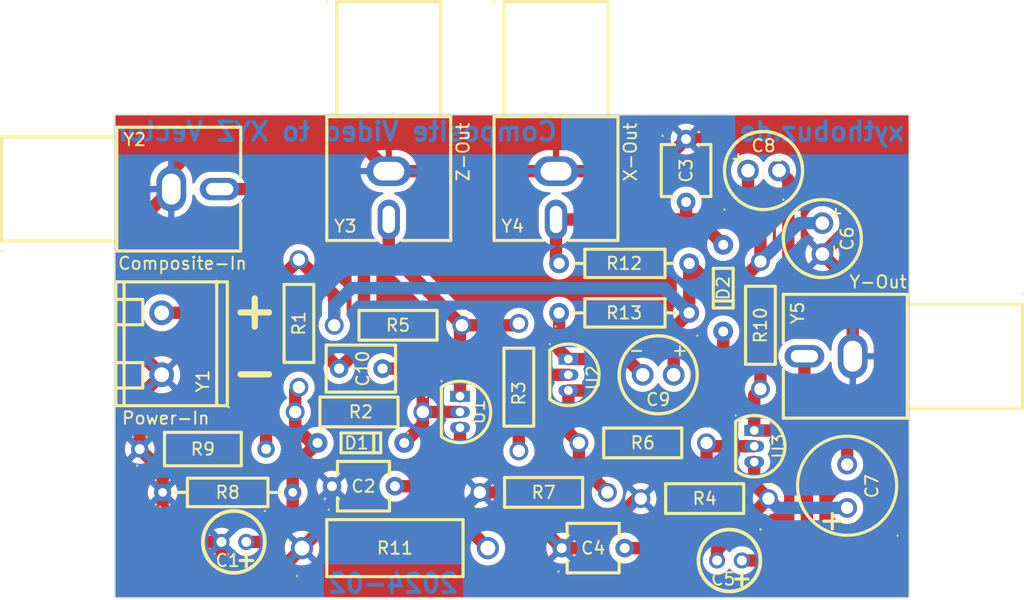
<source format=kicad_pcb>
(kicad_pcb (version 20221018) (generator pcbnew)

  (general
    (thickness 1.6)
  )

  (paper "A4")
  (layers
    (0 "F.Cu" signal)
    (31 "B.Cu" signal)
    (32 "B.Adhes" user "B.Adhesive")
    (33 "F.Adhes" user "F.Adhesive")
    (34 "B.Paste" user)
    (35 "F.Paste" user)
    (36 "B.SilkS" user "B.Silkscreen")
    (37 "F.SilkS" user "F.Silkscreen")
    (38 "B.Mask" user)
    (39 "F.Mask" user)
    (40 "Dwgs.User" user "User.Drawings")
    (41 "Cmts.User" user "User.Comments")
    (42 "Eco1.User" user "User.Eco1")
    (43 "Eco2.User" user "User.Eco2")
    (44 "Edge.Cuts" user)
    (45 "Margin" user)
    (46 "B.CrtYd" user "B.Courtyard")
    (47 "F.CrtYd" user "F.Courtyard")
    (48 "B.Fab" user)
    (49 "F.Fab" user)
    (50 "User.1" user)
    (51 "User.2" user)
    (52 "User.3" user)
    (53 "User.4" user)
    (54 "User.5" user)
    (55 "User.6" user)
    (56 "User.7" user)
    (57 "User.8" user)
    (58 "User.9" user)
  )

  (setup
    (pad_to_mask_clearance 0)
    (pcbplotparams
      (layerselection 0x00010fc_ffffffff)
      (plot_on_all_layers_selection 0x0000000_00000000)
      (disableapertmacros false)
      (usegerberextensions false)
      (usegerberattributes true)
      (usegerberadvancedattributes true)
      (creategerberjobfile true)
      (dashed_line_dash_ratio 12.000000)
      (dashed_line_gap_ratio 3.000000)
      (svgprecision 4)
      (plotframeref false)
      (viasonmask false)
      (mode 1)
      (useauxorigin false)
      (hpglpennumber 1)
      (hpglpenspeed 20)
      (hpglpendiameter 15.000000)
      (dxfpolygonmode true)
      (dxfimperialunits true)
      (dxfusepcbnewfont true)
      (psnegative false)
      (psa4output false)
      (plotreference true)
      (plotvalue true)
      (plotinvisibletext false)
      (sketchpadsonfab false)
      (subtractmaskfromsilk false)
      (outputformat 1)
      (mirror false)
      (drillshape 1)
      (scaleselection 1)
      (outputdirectory "")
    )
  )

  (net 0 "")
  (net 1 "Net-(C1-Pad1)")
  (net 2 "GND")
  (net 3 "Net-(U1-E)")
  (net 4 "Net-(C3-Pad2)")
  (net 5 "Net-(U3-B)")
  (net 6 "Net-(U3-E)")
  (net 7 "Net-(U3-C)")
  (net 8 "Net-(U1-B)")
  (net 9 "Net-(U2-E)")
  (net 10 "Net-(U2-B)")
  (net 11 "Net-(U1-C)")
  (net 12 "Net-(C7-Pad2)")
  (net 13 "Net-(U2-C)")
  (net 14 "Net-(C10-Pad1)")
  (net 15 "+12V")

  (footprint "jlc_footprints:CAP-TH_BD5.0-P2.00-D0.8-FD" (layer "F.Cu") (at 122.749936 115.770003 180))

  (footprint "jlc_footprints:RES-TH_BD2.4-L6.3-P10.30-D0.6" (layer "F.Cu") (at 160.749936 112.270003 180))

  (footprint "jlc_footprints:CAP-TH_BD5.0-P2.00-D0.8-FD" (layer "F.Cu") (at 162.749936 117.270003 180))

  (footprint "jlc_footprints:CAP-TH_L4.2-W3.8-P5.08-D0.6" (layer "F.Cu") (at 159.249936 85.770003 -90))

  (footprint "jlc_footprints:CAP-TH_L4.2-W3.8-P5.08-D0.6" (layer "F.Cu") (at 151.749936 116.270003))

  (footprint "jlc_footprints:CAP-TH_BD6.3-P2.50-D0.6-FD" (layer "F.Cu") (at 170.249936 91.270003 -90))

  (footprint "jlc_footprints:RES-TH_BD2.4-L6.3-P10.30-D0.6" (layer "F.Cu") (at 145.749936 103.270003 90))

  (footprint "jlc_footprints:DO-34_BD1.6-L3.0-P7.00-D0.6-RD" (layer "F.Cu") (at 133 107.770003 180))

  (footprint "jlc_footprints:CAP-TH_BD6.3-P2.50-D0.6-FD" (layer "F.Cu") (at 156.999872 102.270003 180))

  (footprint "jlc_footprints:RES-TH_BD2.2-L6.5-P10.50-D0.6" (layer "F.Cu") (at 154.249936 97.270003))

  (footprint "jlc_footprints:CAP-TH_L4.2-W3.8-P5.08-D0.6" (layer "F.Cu") (at 133.209931 111.270003))

  (footprint "jlc_footprints:RES-TH_BD2.7-L6.2-P10.20-D0.4" (layer "F.Cu") (at 120.249936 108.270003))

  (footprint "jlc_footprints:RES-TH_BD2.4-L6.3-P10.30-D0.6" (layer "F.Cu") (at 147.749936 111.770003))

  (footprint "jlc_footprints:TO-92-3_L4.9-W3.7-P1.27-L" (layer "F.Cu") (at 141 105.270003 -90))

  (footprint "jlc_footprints:CONN-TH_AV-5" (layer "F.Cu") (at 119.649885 87.270003 -90))

  (footprint "jlc_footprints:TO-92-3_L4.9-W3.7-P1.27-L" (layer "F.Cu") (at 164.749936 108.040006 -90))

  (footprint "jlc_footprints:DO-34_BD1.6-L3.0-P7.00-D0.6-RD" (layer "F.Cu") (at 162.249936 95.270003 90))

  (footprint "jlc_footprints:RES-TH_BD4.5-L11.0-P15.00-D0.8" (layer "F.Cu") (at 135.749936 116.270003))

  (footprint "jlc_footprints:CAP-TH_BD8.0-P3.50-D0.6-FD_1" (layer "F.Cu") (at 172.249936 111.270003 90))

  (footprint "jlc_footprints:RES-TH_BD2.4-L6.3-P10.30-D0.6" (layer "F.Cu") (at 132.849886 105.270003 180))

  (footprint "jlc_footprints:TO-92-3_L4.9-W3.7-P1.27-L" (layer "F.Cu") (at 149.749936 102.270003 -90))

  (footprint "jlc_footprints:CAP-TH_BD6.3-P2.50-D0.6-FD" (layer "F.Cu") (at 165.5 85.770003))

  (footprint "jlc_footprints:CONN-TH_AV-5" (layer "F.Cu") (at 135.249936 87.770029 180))

  (footprint "jlc_footprints:RES-TH_BD2.4-L6.3-P10.30-D0.6" (layer "F.Cu") (at 165.249936 98.270003 90))

  (footprint "jlc_footprints:RES-TH_BD2.4-L6.3-P10.30-D0.6" (layer "F.Cu") (at 128 98.119889 90))

  (footprint "jlc_footprints:RES-TH_BD2.4-L6.3-P10.30-D0.6" (layer "F.Cu") (at 155.749936 107.770003 180))

  (footprint "jlc_footprints:RES-TH_BD2.3-L6.5-P10.50-D0.5" (layer "F.Cu") (at 122.249936 111.770003))

  (footprint "jlc_footprints:CONN-TH_AV-5" (layer "F.Cu") (at 170.749911 100.770003 90))

  (footprint "jlc_footprints:CAP-TH_L5.5-W3.8-P3.50-D0.6" (layer "F.Cu") (at 133 101.770003))

  (footprint "jlc_footprints:RES-TH_BD2.4-L6.3-P10.30-D0.6" (layer "F.Cu") (at 136 98.270003 180))

  (footprint "jlc_footprints:RES-TH_BD2.2-L6.5-P10.50-D0.6" (layer "F.Cu") (at 154.249936 93.270003))

  (footprint "jlc_footprints:CONN-TH_XY300V-A-5.0-2P" (layer "F.Cu") (at 116.919964 99.763463 90))

  (footprint "jlc_footprints:CONN-TH_AV-5" (layer "F.Cu") (at 148.749936 87.770029 180))

  (gr_rect (start 113.14986 81.270003) (end 177.249936 120.270003)
    (stroke (width 0.1) (type default)) (fill none) (layer "Edge.Cuts") (tstamp 909cd8c0-0136-4c5d-b59b-aee5427766ec))
  (gr_text "Composite Video to XYZ Vector" (at 149 83.5) (layer "B.Cu") (tstamp 9e89382f-0e87-45b1-98f2-bb35cc89025f)
    (effects (font (size 1.5 1.5) (thickness 0.3) bold) (justify left bottom mirror))
  )
  (gr_text "xythobuz.de" (at 177 83.5) (layer "B.Cu") (tstamp ba8b0e7d-ea4c-4c5f-98bb-9f7419ad8de9)
    (effects (font (size 1.5 1.5) (thickness 0.3) bold) (justify left bottom mirror))
  )
  (gr_text "2024-02" (at 141 120) (layer "B.Cu") (tstamp e0252132-5e3b-4d56-a0eb-710dfdadd252)
    (effects (font (size 1.5 1.5) (thickness 0.3) bold) (justify left bottom mirror))
  )
  (gr_text "-" (at 122.249936 103.770003) (layer "F.SilkS") (tstamp 719982e9-e431-4187-81f3-920e31b93317)
    (effects (font (size 3 3) (thickness 0.5) bold) (justify left bottom))
  )
  (gr_text "+" (at 122.249936 98.770003) (layer "F.SilkS") (tstamp c24c4664-0e04-421e-96ec-411801863de4)
    (effects (font (size 3 3) (thickness 0.5) bold) (justify left bottom))
  )

  (segment (start 129 107.770003) (end 129.5 107.770003) (width 1) (layer "F.Cu") (net 1) (tstamp 2287397f-ed91-4119-91db-5532e807d5bf))
  (segment (start 127.499872 113.520067) (end 125.249936 115.770003) (width 1) (layer "F.Cu") (net 1) (tstamp 25fc25f6-a1b5-42c9-a03a-765cea0779f4))
  (segment (start 127.699772 106.469775) (end 129 107.770003) (width 1) (layer "F.Cu") (net 1) (tstamp 6e88c240-10a9-4f4f-8ae7-f7f6ccdb63bd))
  (segment (start 127.499872 111.770003) (end 127.499872 113.520067) (width 1) (layer "F.Cu") (net 1) (tstamp 727ceb11-d663-4293-afbb-41a089b6be32))
  (segment (start 127.699772 105.270003) (end 127.699772 106.469775) (width 1) (layer "F.Cu") (net 1) (tstamp 82dd5eb4-4080-4866-859b-512e476ebb11))
  (segment (start 128 103.270003) (end 127.699772 103.570231) (width 1) (layer "F.Cu") (net 1) (tstamp b65d6564-81d9-4055-b45a-4270b0dec257))
  (segment (start 125.249936 115.770003) (end 123.749936 115.770003) (width 1) (layer "F.Cu") (net 1) (tstamp b959a2b9-96fd-422b-9e73-2ec887256b07))
  (segment (start 127.699772 103.570231) (end 127.699772 105.270003) (width 1) (layer "F.Cu") (net 1) (tstamp c5cea043-9574-46ab-bd5a-4b9bb7696198))
  (segment (start 127.499872 109.770131) (end 129.5 107.770003) (width 1) (layer "F.Cu") (net 1) (tstamp ca2c612f-f4f4-41c8-9f0a-347cc55853a6))
  (segment (start 127.499872 111.770003) (end 127.499872 109.770131) (width 1) (layer "F.Cu") (net 1) (tstamp f8ac6d85-9630-476a-82fb-1507ed4f7a2a))
  (segment (start 116.919964 102.263463) (end 114.249936 99.593435) (width 1) (layer "F.Cu") (net 2) (tstamp 020829e2-beea-499e-989e-aa93e9e30568))
  (segment (start 142.599822 111.770003) (end 144.709931 111.770003) (width 1) (layer "F.Cu") (net 2) (tstamp 0267015d-d5a8-4592-a175-e0cb09c826c6))
  (segment (start 156.659892 85.820042) (end 159.249936 83.229998) (width 1) (layer "F.Cu") (net 2) (tstamp 07fa5b34-d6d5-4c2e-80e5-201826b360ac))
  (segment (start 172.699898 94.969901) (end 170.249936 92.519939) (width 1) (layer "F.Cu") (net 2) (tstamp 0954b3b3-03fb-402c-a773-c53d3f9518fa))
  (segment (start 125.749936 118.770003) (end 128.249936 116.270003) (width 1) (layer "F.Cu") (net 2) (tstamp 15212ff7-85d8-4c34-94f1-db562f6cd55e))
  (segment (start 169.729998 83.229998) (end 173 86.5) (width 1) (layer "F.Cu") (net 2) (tstamp 1691ad5a-a890-4ec8-9521-fa687ec872c8))
  (segment (start 135.249936 85.820042) (end 148.749936 85.820042) (width 1) (layer "F.Cu") (net 2) (tstamp 1f7f61eb-4f28-4fba-a15c-956abc2f017d))
  (segment (start 119.249936 115.770003) (end 121.749936 115.770003) (width 1) (layer "F.Cu") (net 2) (tstamp 23590dab-3eed-45fd-936d-b065536ae9bf))
  (segment (start 173 86.5) (end 173 89.769875) (width 1) (layer "F.Cu") (net 2) (tstamp 2631e180-cebb-44a2-8577-1e21edb80e88))
  (segment (start 130.669926 113.850013) (end 128.249936 116.270003) (width 1) (layer "F.Cu") (net 2) (tstamp 2bbaf9fb-d9a6-4b4c-adbe-6864b75e9324))
  (segment (start 114.249936 99.593435) (end 114.249936 90.719965) (width 1) (layer "F.Cu") (net 2) (tstamp 41d38f20-b4ab-4406-8680-1b4922554c85))
  (segment (start 144.709931 111.770003) (end 149.209931 116.270003) (width 1) (layer "F.Cu") (net 2) (tstamp 463e5a6c-cccc-4a0c-9389-d7791e2ade95))
  (segment (start 132.699897 83.270003) (end 135.249936 85.820042) (width 1) (layer "F.Cu") (net 2) (tstamp 530e4bf2-db58-49b2-9623-048da59893f9))
  (segment (start 117.699898 85.820041) (end 120.249936 83.270003) (width 1) (layer "F.Cu") (net 2) (tstamp 613e6854-877d-4641-899c-ce4d85116438))
  (segment (start 121.749936 117.270003) (end 123.249936 118.770003) (width 1) (layer "F.Cu") (net 2) (tstamp 65e0bc19-93bf-4a44-b3ee-d9b16bda73f1))
  (segment (start 151.249936 116.270003) (end 155.249936 112.270003) (width 1) (layer "F.Cu") (net 2) (tstamp 68bd5d8e-3279-42c2-9240-0ab51a31e0ff))
  (segment (start 117.699898 87.270003) (end 117.699898 85.820041) (width 1) (layer "F.Cu") (net 2) (tstamp 6e0fea4e-a61d-4326-b90c-253163f38ca8))
  (segment (start 117 110.120143) (end 115.14986 108.270003) (width 1) (layer "F.Cu") (net 2) (tstamp 7639c043-a35c-438b-aa1d-c77753bf8111))
  (segment (start 148.749936 85.820042) (end 156.659892 85.820042) (width 1) (layer "F.Cu") (net 2) (tstamp 7f0bcdd7-b59b-4d3c-96d1-b83a85593042))
  (segment (start 155.249936 112.270003) (end 155.599822 112.270003) (width 1) (layer "F.Cu") (net 2) (tstamp 8d02f125-9de6-4f2e-9357-7d7f2a4e57b4))
  (segment (start 115.14986 104.033567) (end 115.14986 108.270003) (width 1) (layer "F.Cu") (net 2) (tstamp 926add98-c17b-4179-beef-867bd3735f0f))
  (segment (start 130.669926 111.270003) (end 130.669926 113.850013) (width 1) (layer "F.Cu") (net 2) (tstamp 96e19949-491a-4ef4-b381-caa478cb3fe5))
  (segment (start 116.919964 102.263463) (end 115.14986 104.033567) (width 1) (layer "F.Cu") (net 2) (tstamp afb222bf-7b52-4176-a50d-97b5334cf295))
  (segment (start 173 89.769875) (end 170.249936 92.519939) (width 1) (layer "F.Cu") (net 2) (tstamp b93b2cc0-493e-4446-8bdb-c4a14e848d2d))
  (segment (start 117 111.770003) (end 117 110.120143) (width 1) (layer "F.Cu") (net 2) (tstamp b9f11575-2f96-448f-bbf8-760f844d770c))
  (segment (start 117 111.770003) (end 117 113.520067) (width 1) (layer "F.Cu") (net 2) (tstamp bfe117e0-91af-4f15-9485-56545d5652a3))
  (segment (start 121.749936 115.770003) (end 121.749936 117.270003) (width 1) (layer "F.Cu") (net 2) (tstamp c4c88f32-2c1c-452d-bcf3-3c3d68f575e6))
  (segment (start 120.249936 83.270003) (end 132.699897 83.270003) (width 1) (layer "F.Cu") (net 2) (tstamp c9bd7ddc-61f3-4e80-8efe-e65a27b34566))
  (segment (start 114.249936 90.719965) (end 117.699898 87.270003) (width 1) (layer "F.Cu") (net 2) (tstamp d3de630f-0de4-46e3-8189-5ced367793c3))
  (segment (start 149.209931 116.270003) (end 151.249936 116.270003) (width 1) (layer "F.Cu") (net 2) (tstamp d4624ed7-b893-4e06-a452-492956a7f976))
  (segment (start 172.699898 100.770003) (end 172.699898 94.969901) (width 1) (layer "F.Cu") (net 2) (tstamp e37a7c0c-7455-4aab-beff-25ff737328cd))
  (segment (start 159.249936 83.229998) (end 169.729998 83.229998) (width 1) (layer "F.Cu") (net 2) (tstamp f42d6ca8-eaa1-41e4-9d7b-12539dccc46f))
  (segment (start 117 113.520067) (end 119.249936 115.770003) (width 1) (layer "F.Cu") (net 2) (tstamp fb000dae-0177-4ba6-9e5a-8e7e1073ad52))
  (segment (start 123.249936 118.770003) (end 125.749936 118.770003) (width 1) (layer "F.Cu") (net 2) (tstamp fbe7c95e-df7c-4640-95fd-215b43120b71))
  (segment (start 132.249936 114.270003) (end 140.099822 114.270003) (width 1) (layer "B.Cu") (net 2) (tstamp 52e06edf-560d-46a9-bdc4-139151256f9c))
  (segment (start 140.099822 114.270003) (end 142.599822 111.770003) (width 1) (layer "B.Cu") (net 2) (tstamp 8b479ae2-3f66-498b-8065-4564104333db))
  (segment (start 130.669926 112.689993) (end 132.249936 114.270003) (width 1) (layer "B.Cu") (net 2) (tstamp a4bd7871-1e08-4f34-bbd1-cd7aac9b4cc5))
  (segment (start 130.669926 111.270003) (end 130.669926 112.689993) (width 1) (layer "B.Cu") (net 2) (tstamp f3ce0c0c-984c-430c-87d9-099a31da87f8))
  (segment (start 141 109.519939) (end 139.249936 111.270003) (width 1) (layer "F.Cu") (net 3) (tstamp 0f81b1ce-2e8b-493b-a18a-cde6576655ac))
  (segment (start 139.249936 111.270003) (end 135.749936 111.270003) (width 1) (layer "F.Cu") (net 3) (tstamp 1304e644-5665-44d8-891a-04887230bd3b))
  (segment (start 143.249936 116.270003) (end 139.249936 112.270003) (width 1) (layer "F.Cu") (net 3) (tstamp 1c0c974f-04c5-4554-a4b8-052ed94b2a00))
  (segment (start 139.249936 112.270003) (end 139.249936 111.270003) (width 1) (layer "F.Cu") (net 3) (tstamp 5e8ec663-c56c-4150-9fe7-2e609199d4fb))
  (segment (start 141 106.540006) (end 141 109.519939) (width 1) (layer "F.Cu") (net 3) (tstamp b29e59cc-3944-404c-9d3d-e6d67ae3b592))
  (segment (start 162.249936 91.770003) (end 160.199975 89.720042) (width 1) (layer "F.Cu") (net 4) (tstamp 13743475-93ed-4b94-a052-6e04fba703cb))
  (segment (start 159.249936 89.720042) (end 148.749936 89.720042) (width 1) (layer "F.Cu") (net 4) (tstamp 4f9e20a5-d340-4af2-8371-664233c25523))
  (segment (start 159.249936 88.310008) (end 159.249936 89.720042) (width 1) (layer "F.Cu") (net 4) (tstamp 656a0d92-3ce9-4c08-be2d-8c69d2f85a2d))
  (segment (start 148.749936 93.020067) (end 148.999872 93.270003) (width 1) (layer "F.Cu") (net 4) (tstamp 9240d32a-901e-48d5-a525-3d64e17f3f33))
  (segment (start 148.749936 89.720042) (end 148.749936 93.020067) (width 1) (layer "F.Cu") (net 4) (tstamp e64bd612-3299-4aea-aad5-b667ed5667dd))
  (segment (start 160.199975 89.720042) (end 159.249936 89.720042) (width 1) (layer "F.Cu") (net 4) (tstamp f2b18299-ff2e-4d01-8fce-74f2c8a20027))
  (segment (start 161.170053 108.040006) (end 160.90005 107.770003) (width 1) (layer "F.Cu") (net 5) (tstamp 08c510c1-f57c-40af-a5dc-665974f6ed58))
  (segment (start 160.90005 111.619889) (end 156.249936 116.270003) (width 1) (layer "F.Cu") (net 5) (tstamp 4feae303-64cb-4cf6-a912-2bced1ffaeac))
  (segment (start 164.749936 108.040006) (end 161.170053 108.040006) (width 1) (layer "F.Cu") (net 5) (tstamp 543f0318-20b3-4459-886d-9d063920b1e3))
  (segment (start 156.249936 116.270003) (end 154.289941 116.270003) (width 1) (layer "F.Cu") (net 5) (tstamp 86974930-b2de-4a59-802d-9cc1e2efd6fc))
  (segment (start 160.90005 107.770003) (end 160.90005 111.619889) (width 1) (layer "F.Cu") (net 5) (tstamp f428e47d-b3a0-415f-8d2e-7dc68a8a7cd4))
  (segment (start 161.749936 117.270003) (end 161.749936 116.420117) (width 1) (layer "F.Cu") (net 6) (tstamp 0ea46186-a53d-42d6-9281-e41b6ec24259))
  (segment (start 164.749936 109.310009) (end 164.749936 111.119889) (width 1) (layer "F.Cu") (net 6) (tstamp 46cc5301-3b3b-4e80-a88f-f69d13c64385))
  (segment (start 164.749936 111.119889) (end 165.90005 112.270003) (width 1) (layer "F.Cu") (net 6) (tstamp 76fb8803-934f-421d-ad77-8a2f40daca11))
  (segment (start 161.749936 116.420117) (end 165.90005 112.270003) (width 1) (layer "F.Cu") (net 6) (tstamp e006d8c8-6981-4592-a7c2-978f4af2d98e))
  (segment (start 172.249936 113.020067) (end 166.650114 113.020067) (width 1) (layer "B.Cu") (net 6) (tstamp 358c00fa-bb96-4157-bd9d-0106e6105a90))
  (segment (start 166.650114 113.020067) (end 165.90005 112.270003) (width 1) (layer "B.Cu") (net 6) (tstamp 9ed76135-153c-4ecb-ad99-3b7d5c7127df))
  (segment (start 165.249936 97.250064) (end 167.5 95) (width 1) (layer "F.Cu") (net 7) (tstamp 07bd11d0-afba-4e6c-81f6-aefc4876a46d))
  (segment (start 167.5 95) (end 167.5 86.520067) (width 1) (layer "F.Cu") (net 7) (tstamp 361bf6c4-dae5-4664-8dfd-03651eb8b304))
  (segment (start 165.249936 103.420117) (end 165.249936 97.250064) (width 1) (layer "F.Cu") (net 7) (tstamp 37b72965-6671-47b0-acc7-7e853172accd))
  (segment (start 164.749936 103.920117) (end 165.249936 103.420117) (width 1) (layer "F.Cu") (net 7) (tstamp 3b9b8c2c-01ec-4a0b-b4e9-9458cddca85b))
  (segment (start 166.729997 117.270003) (end 169 115) (width 1) (layer "F.Cu") (net 7) (tstamp 4471cbbd-c95b-48a5-8d0d-1ec7ff4ed372))
  (segment (start 169 115) (end 169 109.220067) (width 1) (layer "F.Cu") (net 7) (tstamp 5334dc61-fb72-4d4c-af65-c932dfcf1655))
  (segment (start 169 109.220067) (end 166.549936 106.770003) (width 1) (layer "F.Cu") (net 7) (tstamp 9e2c47d9-1089-451d-af45-ffa623d25522))
  (segment (start 164.749936 106.770003) (end 164.749936 103.920117) (width 1) (layer "F.Cu") (net 7) (tstamp a3caf0de-a76a-478b-afdd-7fdcec4b3fc4))
  (segment (start 167.5 86.520067) (end 166.749936 85.770003) (width 1) (layer "F.Cu") (net 7) (tstamp aefada94-c653-4631-8605-79c093ee2555))
  (segment (start 166.549936 106.770003) (end 164.749936 106.770003) (width 1) (layer "F.Cu") (net 7) (tstamp bc232c7e-08be-4746-9f2c-2786d697617b))
  (segment (start 163.749936 117.270003) (end 166.729997 117.270003) (width 1) (layer "F.Cu") (net 7) (tstamp cadefebf-fd30-46fc-8db8-e28fc8953f63))
  (segment (start 138 106.270003) (end 138 105.270003) (width 1) (layer "F.Cu") (net 8) (tstamp 2411db3e-ba4b-410c-93dd-497a8e9db56a))
  (segment (start 138 103.270003) (end 136.5 101.770003) (width 1) (layer "F.Cu") (net 8) (tstamp 259e2c56-66b5-40a4-a37f-ceff74f328a3))
  (segment (start 141 105.270003) (end 138 105.270003) (width 1) (layer "F.Cu") (net 8) (tstamp 403fbdde-1077-4c3c-b0af-90054a6b00d9))
  (segment (start 136.5 101.770003) (end 134.750064 101.770003) (width 1) (layer "F.Cu") (net 8) (tstamp 6fb0fa79-3bdc-48e0-989d-1014f0f1d5b9))
  (segment (start 138 105.270003) (end 138 103.270003) (width 1) (layer "F.Cu") (net 8) (tstamp a37b047d-8f62-4394-8ab9-6b008f77a2b9))
  (segment (start 136.5 107.770003) (end 138 106.270003) (width 1) (layer "F.Cu") (net 8) (tstamp ad82ddb7-7634-4ba2-8951-9e97eec0b7ed))
  (segment (start 153.749936 104.770003) (end 160.749936 104.770003) (width 1) (layer "F.Cu") (net 9) (tstamp 178a92bf-6c19-4b87-9c19-c06a03b154c8))
  (segment (start 162.249936 103.270003) (end 162.249936 98.770003) (width 1) (layer "F.Cu") (net 9) (tstamp 588682ac-f2bd-4a41-aef0-113873ec7590))
  (segment (start 160.749936 104.770003) (end 162.249936 103.270003) (width 1) (layer "F.Cu") (net 9) (tstamp 632593b1-2c5f-4cb0-9cb4-a51ead253e86))
  (segment (start 152.519939 103.540006) (end 153.749936 104.770003) (width 1) (layer "F.Cu") (net 9) (tstamp a33a23f2-d4af-4d8b-b434-4044a0e68796))
  (segment (start 149.749936 103.540006) (end 152.519939 103.540006) (width 1) (layer "F.Cu") (net 9) (tstamp a5686f58-b940-4f39-bac8-022bd02574f8))
  (segment (start 149.749936 103.540006) (end 149.749936 106.920117) (width 1) (layer "F.Cu") (net 9) (tstamp aeaf9042-96a8-4cd1-9614-550b2e819280))
  (segment (start 150.599822 109.469775) (end 152.90005 111.770003) (width 1) (layer "F.Cu") (net 9) (tstamp b766d942-2c3e-4e39-838d-980056195aa6))
  (segment (start 149.749936 106.920117) (end 150.599822 107.770003) (width 1) (layer "F.Cu") (net 9) (tstamp c05739bd-dbb0-448e-888c-c9cc441581cd))
  (segment (start 150.599822 107.770003) (end 150.599822 109.469775) (width 1) (layer "F.Cu") (net 9) (tstamp f72e46e1-fe07-4646-b3b6-f544ae4dcb53))
  (segment (start 149.749936 102.270003) (end 146.749936 102.270003) (width 1) (layer "F.Cu") (net 10) (tstamp 1d64b2a3-1631-450c-95cb-521e1cdbc6f4))
  (segment (start 145.749936 103.270003) (end 145.749936 108.420117) (width 1) (layer "F.Cu") (net 10) (tstamp 272161c2-fb71-4da1-a954-fba802ca58c7))
  (segment (start 146.749936 102.270003) (end 145.749936 103.270003) (width 1) (layer "F.Cu") (net 10) (tstamp 5b8e9283-3274-46ac-a392-d1d11ce3bd3a))
  (segment (start 141 104) (end 141 98.420117) (width 1) (layer "F.Cu") (net 11) (tstamp 0c16494e-5e78-4a05-a9d5-b6aa607319a3))
  (segment (start 135.249936 92.369825) (end 135.249936 89.720042) (width 1) (layer "F.Cu") (net 11) (tstamp 0c40efb5-9b94-4bef-9d39-3cdb25d8d85d))
  (segment (start 141 98.420117) (end 141.150114 98.270003) (width 1) (layer "F.Cu") (net 11) (tstamp 425b7b62-53f1-4d78-81da-876b24a2b289))
  (segment (start 145.599822 98.270003) (end 145.749936 98.119889) (width 1) (layer "F.Cu") (net 11) (tstamp 4abcd57f-f8f7-4841-a022-5674045639ab))
  (segment (start 141.150114 98.270003) (end 135.249936 92.369825) (width 1) (layer "F.Cu") (net 11) (tstamp ac202bc5-4666-4619-949d-6a3762b98fd8))
  (segment (start 141.150114 98.270003) (end 145.599822 98.270003) (width 1) (layer "F.Cu") (net 11) (tstamp df8fcb64-41cd-43a0-9ad3-447227184f96))
  (segment (start 172.249936 109.519939) (end 172.249936 107.249936) (width 1) (layer "F.Cu") (net 12) (tstamp 245adcad-1614-43eb-a323-3056b00eb496))
  (segment (start 168.799898 103.799898) (end 168.799898 100.770003) (width 1) (layer "F.Cu") (net 12) (tstamp e6e9ad9a-d6c8-4e1a-9797-18072c985978))
  (segment (start 172.249936 107.249936) (end 168.799898 103.799898) (width 1) (layer "F.Cu") (net 12) (tstamp ec3b22b1-cfbe-4f0e-a42d-874e80856c90))
  (segment (start 154.479933 101) (end 149.749936 101) (width 1) (layer "F.Cu") (net 13) (tstamp 29047599-bff5-460f-808c-608c6957a6b8))
  (segment (start 148.999872 97.270003) (end 148.999872 100.249936) (width 1) (layer "F.Cu") (net 13) (tstamp 31f5114e-5ad5-4efd-9050-e5458e01a0a5))
  (segment (start 155.749936 102.270003) (end 154.479933 101) (width 1) (layer "F.Cu") (net 13) (tstamp 794c2bde-9d6f-448c-b5ed-7b6d1a660e07))
  (segment (start 148.999872 100.249936) (end 149.749936 101) (width 1) (layer "F.Cu") (net 13) (tstamp 80ba4a08-04a1-4d45-855c-613986984d6d))
  (segment (start 121.599898 87.270003) (end 127.749936 87.270003) (width 1) (layer "F.Cu") (net 14) (tstamp 0261e7bf-eb6d-4e62-b126-d74d5e6af875))
  (segment (start 133.249936 99.770003) (end 131.249936 101.770003) (width 1) (layer "F.Cu") (net 14) (tstamp 15d5f7a7-ecf6-458f-8f04-5cb6541281ec))
  (segment (start 127.249936 100.770003) (end 125.350012 102.669927) (width 1) (layer "F.Cu") (net 14) (tstamp 4b300eea-c392-457f-bb5f-598fb7b1e600))
  (segment (start 127.749936 87.270003) (end 133.249936 92.770003) (width 1) (layer "F.Cu") (net 14) (tstamp 4ff14a8e-c715-4610-bf2d-d2c2533a4e14))
  (segment (start 133.249936 92.770003) (end 133.249936 99.770003) (width 1) (layer "F.Cu") (net 14) (tstamp 51bdc6a2-16e7-48fb-85b1-531b38ba77f2))
  (segment (start 125.350012 102.669927) (end 125.350012 108.270003) (width 1) (layer "F.Cu") (net 14) (tstamp 83f20ff6-3fb0-457a-83f6-dc582b2c1c01))
  (segment (start 130.249936 100.770003) (end 127.249936 100.770003) (width 1) (layer "F.Cu") (net 14) (tstamp eb289018-41ae-4eb5-a882-4a2628987c61))
  (segment (start 131.249936 101.770003) (end 130.249936 100.770003) (width 1) (layer "F.Cu") (net 14) (tstamp f2cb1012-443a-427b-be34-afbb05a8cadd))
  (segment (start 128 92.969775) (end 123.706312 97.263463) (width 1) (layer "F.Cu") (net 15) (tstamp 034c3acd-89d9-49b5-a00b-8281b256208f))
  (segment (start 130.849886 95.819661) (end 128 92.969775) (width 1) (layer "F.Cu") (net 15) (tstamp 1f8ee417-1bd8-4eb6-aa26-9a70d2370c1c))
  (segment (start 164.099822 94.270003) (end 160.5 94.270003) (width 1) (layer "F.Cu") (net 15) (tstamp 38bf66fb-4871-49f6-9097-d8db6aa13815))
  (segment (start 159.5 93.270003) (end 159.5 97.270003) (width 1) (layer "F.Cu") (net 15) (tstamp 4018cd0b-38b1-4ae4-988c-fb71e9ccab71))
  (segment (start 123.706312 97.263463) (end 116.919964 97.263463) (width 1) (layer "F.Cu") (net 15) (tstamp 42b73559-514a-400a-8b32-82c5c516fc81))
  (segment (start 164.250064 89.250064) (end 165.249936 90.249936) (width 1) (layer "F.Cu") (net 15) (tstamp 485a8b8f-11f4-4dab-beb3-4b863b6a02d8))
  (segment (start 160.5 94.270003) (end 159.5 93.270003) (width 1) (layer "F.Cu") (net 15) (tstamp 6fb823b2-9a90-4ed6-84cf-f28f35be7ae3))
  (segment (start 130.849886 98.270003) (end 130.849886 95.819661) (width 1) (layer "F.Cu") (net 15) (tstamp 7e37659a-d1e3-42f1-934a-a5bcd096d4bf))
  (segment (start 165.249936 93.119889) (end 164.099822 94.270003) (width 1) (layer "F.Cu") (net 15) (tstamp 82351ea9-27bc-4ceb-a8ab-1d4994619ea2))
  (segment (start 165.249936 90.249936) (end 165.249936 93.119889) (width 1) (layer "F.Cu") (net 15) (tstamp a6558168-b245-4236-881c-2d32f45481e8))
  (segment (start 164.250064 85.770003) (end 164.250064 89.250064) (width 1) (layer "F.Cu") (net 15) (tstamp c0a7ff1e-0722-498f-b6d4-d8b24a3a1f5e))
  (segment (start 158.249808 102.270003) (end 158.249808 98.520195) (width 1) (layer "F.Cu") (net 15) (tstamp d316ee6c-4d4e-44f0-9ccc-96485075bd06))
  (segment (start 158.249808 98.520195) (end 159.5 97.270003) (width 1) (layer "F.Cu") (net 15) (tstamp e81b3717-d871-4841-ad1e-1ff655e56ddc))
  (segment (start 130.849886 96.670053) (end 132.249936 95.270003) (width 1) (layer "B.Cu") (net 15) (tstamp 3a4fda45-9319-444c-92be-bedbc24ec467))
  (segment (start 170.249936 90.020067) (end 168.349758 90.020067) (width 1) (layer "B.Cu") (net 15) (tstamp 60fe6e22-133d-44cb-bf26-14a281efc9a3))
  (segment (start 157.5 95.270003) (end 159.5 97.270003) (width 1) (layer "B.Cu") (net 15) (tstamp ab36b9dc-1853-48cb-b13c-5ecbbce1fb3a))
  (segment (start 132.249936 95.270003) (end 157.5 95.270003) (width 1) (layer "B.Cu") (net 15) (tstamp ac884faa-0da1-4a5f-8560-947b704c0764))
  (segment (start 130.849886 98.270003) (end 130.849886 96.670053) (width 1) (layer "B.Cu") (net 15) (tstamp c9cde9c4-4546-4d09-897d-9e9bd517c2c5))
  (segment (start 168.349758 90.020067) (end 165.249936 93.119889) (width 1) (layer "B.Cu") (net 15) (tstamp d2ba6e6e-f376-4a47-9959-cd7310df9c68))

  (zone (net 2) (net_name "GND") (layers "F&B.Cu") (tstamp 5302c0d0-b373-4f8f-b17a-72c71b4f1263) (name "GND") (hatch edge 0.5)
    (connect_pads (clearance 0.5))
    (min_thickness 0.2) (filled_areas_thickness no)
    (fill yes (thermal_gap 0.5) (thermal_bridge_width 0.5) (smoothing chamfer) (island_removal_mode 1) (island_area_min 10))
    (polygon
      (pts
        (xy 113 81)
        (xy 177.5 81)
        (xy 177.5 120.5)
        (xy 113 120.5)
      )
    )
    (filled_polygon
      (layer "F.Cu")
      (island)
      (pts
        (xy 166.212991 107.847979)
        (xy 167.970504 109.605492)
        (xy 167.998281 109.660009)
        (xy 167.9995 109.675496)
        (xy 167.9995 114.544571)
        (xy 167.980593 114.602762)
        (xy 167.970504 114.614575)
        (xy 166.344573 116.240507)
        (xy 166.290056 116.268284)
        (xy 166.274569 116.269503)
        (xy 164.347708 116.269503)
        (xy 164.295591 116.254674)
        (xy 164.276249 116.242698)
        (xy 164.264957 116.235706)
        (xy 164.264955 116.235705)
        (xy 164.066134 116.158682)
        (xy 164.066133 116.158681)
        (xy 164.066131 116.158681)
        (xy 163.856546 116.119503)
        (xy 163.704478 116.119503)
        (xy 163.646287 116.100596)
        (xy 163.610323 116.051096)
        (xy 163.610323 115.98991)
        (xy 163.634474 115.950499)
        (xy 164.830299 114.754674)
        (xy 166.036319 113.548653)
        (xy 166.090834 113.520878)
        (xy 166.097676 113.520037)
        (xy 166.120119 113.518074)
        (xy 166.3335 113.460898)
        (xy 166.533712 113.367538)
        (xy 166.71467 113.24083)
        (xy 166.870877 113.084623)
        (xy 166.997585 112.903665)
        (xy 167.090945 112.703453)
        (xy 167.148121 112.490072)
        (xy 167.14813 112.489976)
        (xy 167.167374 112.270006)
        (xy 167.167374 112.269999)
        (xy 167.148122 112.049941)
        (xy 167.148121 112.049938)
        (xy 167.148121 112.049934)
        (xy 167.090945 111.836553)
        (xy 166.997585 111.636341)
        (xy 166.872653 111.457919)
        (xy 166.87088 111.455387)
        (xy 166.870879 111.455386)
        (xy 166.870877 111.455383)
        (xy 166.71467 111.299176)
        (xy 166.714666 111.299173)
        (xy 166.714665 111.299172)
        (xy 166.567679 111.196252)
        (xy 166.533712 111.172468)
        (xy 166.3335 111.079108)
        (xy 166.120119 111.021932)
        (xy 166.113151 111.021322)
        (xy 166.097688 111.019969)
        (xy 166.041368 110.996059)
        (xy 166.036317 110.99135)
        (xy 165.779432 110.734465)
        (xy 165.751655 110.679948)
        (xy 165.750436 110.664461)
        (xy 165.750436 110.049764)
        (xy 165.769343 109.991573)
        (xy 165.784951 109.974646)
        (xy 165.792404 109.968249)
        (xy 165.910732 109.815382)
        (xy 165.995866 109.641825)
        (xy 166.044321 109.454683)
        (xy 166.054112 109.261619)
        (xy 166.026632 109.082239)
        (xy 166.024839 109.070534)
        (xy 165.957701 108.889258)
        (xy 165.9577 108.889256)
        (xy 165.854466 108.723631)
        (xy 165.839731 108.664247)
        (xy 165.860194 108.610666)
        (xy 165.910732 108.545379)
        (xy 165.995866 108.371822)
        (xy 166.044321 108.18468)
        (xy 166.054112 107.991616)
        (xy 166.05044 107.967646)
        (xy 166.045129 107.932975)
        (xy 166.055006 107.872592)
        (xy 166.098489 107.829547)
        (xy 166.158969 107.820282)
      )
    )
    (filled_polygon
      (layer "F.Cu")
      (island)
      (pts
        (xy 154.082695 102.019407)
        (xy 154.094508 102.029496)
        (xy 154.347189 102.282177)
        (xy 154.374966 102.336694)
        (xy 154.375847 102.344005)
        (xy 154.388539 102.497178)
        (xy 154.411903 102.589439)
        (xy 154.4445 102.71816)
        (xy 154.495359 102.834107)
        (xy 154.536068 102.926914)
        (xy 154.536069 102.926915)
        (xy 154.563528 102.968944)
        (xy 154.660747 103.117752)
        (xy 154.812573 103.282678)
        (xy 154.815138 103.285464)
        (xy 154.868802 103.327232)
        (xy 154.982217 103.415507)
        (xy 154.995027 103.425477)
        (xy 155.108976 103.487143)
        (xy 155.192207 103.532186)
        (xy 155.195508 103.533972)
        (xy 155.320459 103.576867)
        (xy 155.369357 103.613644)
        (xy 155.387299 103.67214)
        (xy 155.367433 103.73001)
        (xy 155.317345 103.765151)
        (xy 155.288313 103.769503)
        (xy 154.205365 103.769503)
        (xy 154.147174 103.750596)
        (xy 154.135361 103.740507)
        (xy 153.237255 102.842402)
        (xy 153.235505 102.840606)
        (xy 153.175002 102.776957)
        (xy 153.174992 102.776948)
        (xy 153.125801 102.742711)
        (xy 153.119794 102.738182)
        (xy 153.111727 102.731604)
        (xy 153.073346 102.700308)
        (xy 153.073344 102.700307)
        (xy 153.073343 102.700306)
        (xy 153.05627 102.691388)
        (xy 153.044972 102.685486)
        (xy 153.034259 102.678996)
        (xy 153.016233 102.66645)
        (xy 153.007988 102.660711)
        (xy 153.007987 102.66071)
        (xy 153.007985 102.660709)
        (xy 152.9529 102.637069)
        (xy 152.946108 102.633844)
        (xy 152.926051 102.623367)
        (xy 152.892988 102.606097)
        (xy 152.892985 102.606096)
        (xy 152.892979 102.606093)
        (xy 152.862215 102.59729)
        (xy 152.850414 102.593089)
        (xy 152.820993 102.580464)
        (xy 152.820994 102.580464)
        (xy 152.762287 102.5684)
        (xy 152.754995 102.566611)
        (xy 152.697357 102.550119)
        (xy 152.697352 102.550118)
        (xy 152.697353 102.550118)
        (xy 152.665435 102.547687)
        (xy 152.653031 102.545947)
        (xy 152.621685 102.539506)
        (xy 152.62168 102.539506)
        (xy 152.561745 102.539506)
        (xy 152.554228 102.53922)
        (xy 152.494463 102.534669)
        (xy 152.46271 102.538713)
        (xy 152.450203 102.539506)
        (xy 151.139898 102.539506)
        (xy 151.081707 102.520599)
        (xy 151.045743 102.471099)
        (xy 151.04418 102.419728)
        (xy 151.043561 102.419634)
        (xy 151.044075 102.416275)
        (xy 151.044058 102.415694)
        (xy 151.044319 102.414683)
        (xy 151.044321 102.414677)
        (xy 151.054112 102.221613)
        (xy 151.046583 102.172467)
        (xy 151.037702 102.114492)
        (xy 151.047579 102.054109)
        (xy 151.091062 102.011064)
        (xy 151.13556 102.0005)
        (xy 154.024504 102.0005)
      )
    )
    (filled_polygon
      (layer "F.Cu")
      (island)
      (pts
        (xy 157.07698 102.990621)
        (xy 157.082752 102.998565)
        (xy 157.160619 103.117752)
        (xy 157.312445 103.282678)
        (xy 157.31501 103.285464)
        (xy 157.368674 103.327232)
        (xy 157.482089 103.415507)
        (xy 157.494899 103.425477)
        (xy 157.608848 103.487143)
        (xy 157.692079 103.532186)
        (xy 157.69538 103.533972)
        (xy 157.820331 103.576867)
        (xy 157.869229 103.613644)
        (xy 157.887171 103.67214)
        (xy 157.867305 103.73001)
        (xy 157.817217 103.765151)
        (xy 157.788185 103.769503)
        (xy 156.211559 103.769503)
        (xy 156.153368 103.750596)
        (xy 156.117404 103.701096)
        (xy 156.117404 103.63991)
        (xy 156.153368 103.59041)
        (xy 156.179411 103.576868)
        (xy 156.304364 103.533972)
        (xy 156.504845 103.425477)
        (xy 156.684734 103.285464)
        (xy 156.839124 103.117752)
        (xy 156.916992 102.998564)
        (xy 156.964648 102.96019)
        (xy 157.025758 102.957156)
      )
    )
    (filled_polygon
      (layer "F.Cu")
      (island)
      (pts
        (xy 165.577108 86.490621)
        (xy 165.58288 86.498565)
        (xy 165.660747 86.617752)
        (xy 165.784996 86.752721)
        (xy 165.815138 86.785464)
        (xy 165.995027 86.925477)
        (xy 166.084468 86.97388)
        (xy 166.169695 87.020003)
        (xy 166.195508 87.033972)
        (xy 166.411112 87.107989)
        (xy 166.411116 87.107989)
        (xy 166.411117 87.10799)
        (xy 166.416793 87.108937)
        (xy 166.471079 87.137164)
        (xy 166.498406 87.191907)
        (xy 166.4995 87.206587)
        (xy 166.4995 92.389359)
        (xy 166.480593 92.44755)
        (xy 166.431093 92.483514)
        (xy 166.369907 92.483514)
        (xy 166.320407 92.44755)
        (xy 166.319404 92.446143)
        (xy 166.26834 92.373215)
        (xy 166.250436 92.316431)
        (xy 166.250436 90.263895)
        (xy 166.250468 90.261388)
        (xy 166.250826 90.247242)
        (xy 166.252693 90.173573)
        (xy 166.242113 90.114549)
        (xy 166.241073 90.107129)
        (xy 166.23501 90.047498)
        (xy 166.225427 90.016957)
        (xy 166.222442 90.004794)
        (xy 166.216795 89.973284)
        (xy 166.194552 89.9176)
        (xy 166.192033 89.910523)
        (xy 166.184208 89.885583)
        (xy 166.174095 89.853348)
        (xy 166.158565 89.825367)
        (xy 166.153189 89.814048)
        (xy 166.144738 89.792891)
        (xy 166.141314 89.784319)
        (xy 166.108318 89.734254)
        (xy 166.104425 89.727827)
        (xy 166.075346 89.675435)
        (xy 166.054491 89.651142)
        (xy 166.046951 89.641142)
        (xy 166.029338 89.614418)
        (xy 165.986955 89.572035)
        (xy 165.981842 89.566517)
        (xy 165.962355 89.543818)
        (xy 165.942802 89.521041)
        (xy 165.917493 89.50145)
        (xy 165.908088 89.493168)
        (xy 165.27956 88.86464)
        (xy 165.251783 88.810123)
        (xy 165.250564 88.794636)
        (xy 165.250564 86.752721)
        (xy 165.269471 86.69453)
        (xy 165.276729 86.685669)
        (xy 165.339249 86.617755)
        (xy 165.339248 86.617755)
        (xy 165.339252 86.617752)
        (xy 165.41712 86.498564)
        (xy 165.464776 86.46019)
        (xy 165.525886 86.457156)
      )
    )
    (filled_polygon
      (layer "F.Cu")
      (island)
      (pts
        (xy 126.739953 102.791649)
        (xy 126.783218 102.834914)
        (xy 126.792789 102.895346)
        (xy 126.790635 102.905482)
        (xy 126.751927 103.049941)
        (xy 126.732676 103.269998)
        (xy 126.732676 103.270007)
        (xy 126.733621 103.280811)
        (xy 126.731971 103.309369)
        (xy 126.728168 103.327872)
        (xy 126.726376 103.335173)
        (xy 126.709885 103.392809)
        (xy 126.709884 103.392813)
        (xy 126.707453 103.424735)
        (xy 126.705713 103.437139)
        (xy 126.699272 103.468484)
        (xy 126.699272 103.528424)
        (xy 126.698986 103.53594)
        (xy 126.694435 103.595706)
        (xy 126.698479 103.62746)
        (xy 126.699272 103.639967)
        (xy 126.699272 104.466545)
        (xy 126.681368 104.523328)
        (xy 126.602239 104.636337)
        (xy 126.602236 104.636341)
        (xy 126.539237 104.771446)
        (xy 126.497508 104.816194)
        (xy 126.437447 104.827869)
        (xy 126.381994 104.802011)
        (xy 126.352331 104.748497)
        (xy 126.350512 104.729607)
        (xy 126.350512 103.125356)
        (xy 126.369419 103.067165)
        (xy 126.379508 103.055353)
        (xy 126.625004 102.809856)
        (xy 126.679521 102.782078)
      )
    )
    (filled_polygon
      (layer "F.Cu")
      (pts
        (xy 177.208627 81.28941)
        (xy 177.244591 81.33891)
        (xy 177.249436 81.369503)
        (xy 177.249436 120.170503)
        (xy 177.230529 120.228694)
        (xy 177.181029 120.264658)
        (xy 177.150436 120.269503)
        (xy 113.24936 120.269503)
        (xy 113.191169 120.250596)
        (xy 113.155205 120.201096)
        (xy 113.15036 120.170503)
        (xy 113.15036 112.776883)
        (xy 116.346672 112.776883)
        (xy 116.462813 112.848796)
        (xy 116.462819 112.848799)
        (xy 116.6702 112.929139)
        (xy 116.888804 112.970003)
        (xy 117.111196 112.970003)
        (xy 117.329799 112.929139)
        (xy 117.53718 112.848799)
        (xy 117.537181 112.848799)
        (xy 117.653326 112.776883)
        (xy 116.999999 112.123556)
        (xy 116.346672 112.776883)
        (xy 113.15036 112.776883)
        (xy 113.15036 111.770003)
        (xy 115.794859 111.770003)
        (xy 115.815379 111.991448)
        (xy 115.876239 112.20535)
        (xy 115.975364 112.40442)
        (xy 115.975369 112.404429)
        (xy 115.991138 112.425309)
        (xy 116.61714 111.799307)
        (xy 116.646359 111.799307)
        (xy 116.675035 111.912546)
        (xy 116.738926 112.010338)
        (xy 116.831109 112.082087)
        (xy 116.941593 112.120016)
        (xy 117.029005 112.120016)
        (xy 117.115221 112.105629)
        (xy 117.217955 112.050032)
        (xy 117.297071 111.964089)
        (xy 117.343995 111.857114)
        (xy 117.351213 111.770002)
        (xy 117.353553 111.770002)
        (xy 118.008861 112.42531)
        (xy 118.024629 112.404431)
        (xy 118.024635 112.404421)
        (xy 118.12376 112.20535)
        (xy 118.18462 111.991448)
        (xy 118.20514 111.770003)
        (xy 118.18462 111.548557)
        (xy 118.12376 111.334655)
        (xy 118.024633 111.135581)
        (xy 118.024624 111.135566)
        (xy 118.008861 111.114693)
        (xy 117.353553 111.770002)
        (xy 117.351213 111.770002)
        (xy 117.353641 111.740699)
        (xy 117.324965 111.62746)
        (xy 117.261074 111.529668)
        (xy 117.168891 111.457919)
        (xy 117.058407 111.41999)
        (xy 116.970995 111.41999)
        (xy 116.884779 111.434377)
        (xy 116.782045 111.489974)
        (xy 116.702929 111.575917)
        (xy 116.656005 111.682892)
        (xy 116.646359 111.799307)
        (xy 116.61714 111.799307)
        (xy 116.646445 111.770002)
        (xy 115.991137 111.114694)
        (xy 115.975368 111.135577)
        (xy 115.876239 111.334655)
        (xy 115.815379 111.548557)
        (xy 115.794859 111.770003)
        (xy 113.15036 111.770003)
        (xy 113.15036 110.763121)
        (xy 116.346672 110.763121)
        (xy 116.999999 111.416448)
        (xy 117.653326 110.763121)
        (xy 117.537186 110.691209)
        (xy 117.53718 110.691206)
        (xy 117.329799 110.610866)
        (xy 117.111196 110.570003)
        (xy 116.888804 110.570003)
        (xy 116.6702 110.610866)
        (xy 116.462821 110.691205)
        (xy 116.462816 110.691208)
        (xy 116.346672 110.763121)
        (xy 113.15036 110.763121)
        (xy 113.15036 108.270003)
        (xy 113.944719 108.270003)
        (xy 113.965239 108.491448)
        (xy 114.026099 108.70535)
        (xy 114.125224 108.90442)
        (xy 114.125229 108.904429)
        (xy 114.140998 108.925309)
        (xy 114.751905 108.314401)
        (xy 114.764695 108.395151)
        (xy 114.822219 108.508048)
        (xy 114.911815 108.597644)
        (xy 115.024712 108.655168)
        (xy 115.105458 108.667956)
        (xy 114.496532 109.276883)
        (xy 114.612673 109.348796)
        (xy 114.612679 109.348799)
        (xy 114.82006 109.429139)
        (xy 115.038664 109.470003)
        (xy 115.261056 109.470003)
        (xy 115.479659 109.429139)
        (xy 115.68704 109.348799)
        (xy 115.687041 109.348799)
        (xy 115.803186 109.276883)
        (xy 115.194259 108.667956)
        (xy 115.275008 108.655168)
        (xy 115.387905 108.597644)
        (xy 115.477501 108.508048)
        (xy 115.535025 108.395151)
        (xy 115.547813 108.314402)
        (xy 116.158721 108.92531)
        (xy 116.174489 108.904431)
        (xy 116.174495 108.904421)
        (xy 116.27362 108.70535)
        (xy 116.33448 108.491448)
        (xy 116.355 108.270003)
        (xy 116.33448 108.048557)
        (xy 116.27362 107.834655)
        (xy 116.174493 107.635581)
        (xy 116.174484 107.635566)
        (xy 116.158721 107.614693)
        (xy 115.547813 108.225601)
        (xy 115.535025 108.144855)
        (xy 115.477501 108.031958)
        (xy 115.387905 107.942362)
        (xy 115.275008 107.884838)
        (xy 115.194258 107.872048)
        (xy 115.803186 107.263121)
        (xy 115.687046 107.191209)
        (xy 115.68704 107.191206)
        (xy 115.479659 107.110866)
        (xy 115.261056 107.070003)
        (xy 115.038664 107.070003)
        (xy 114.82006 107.110866)
        (xy 114.612681 107.191205)
        (xy 114.612676 107.191208)
        (xy 114.496532 107.263121)
        (xy 115.10546 107.872049)
        (xy 115.024712 107.884838)
        (xy 114.911815 107.942362)
        (xy 114.822219 108.031958)
        (xy 114.764695 108.144855)
        (xy 114.751906 108.225603)
        (xy 114.140997 107.614694)
        (xy 114.125228 107.635577)
        (xy 114.026099 107.834655)
        (xy 113.965239 108.048557)
        (xy 113.944719 108.270003)
        (xy 113.15036 108.270003)
        (xy 113.15036 102.263463)
        (xy 115.414823 102.263463)
        (xy 115.43535 102.511199)
        (xy 115.496376 102.752182)
        (xy 115.596229 102.979826)
        (xy 115.596234 102.979835)
        (xy 115.696527 103.133344)
        (xy 116.35719 102.47268)
        (xy 116.395865 102.566051)
        (xy 116.492039 102.691388)
        (xy 116.617376 102.787562)
        (xy 116.710743 102.826235)
        (xy 116.049906 103.487073)
        (xy 116.096732 103.523517)
        (xy 116.315352 103.641829)
        (xy 116.550477 103.722547)
        (xy 116.79567 103.763463)
        (xy 117.044258 103.763463)
        (xy 117.28945 103.722547)
        (xy 117.524575 103.641829)
        (xy 117.743198 103.523516)
        (xy 117.743201 103.523514)
        (xy 117.79002 103.487073)
        (xy 117.129183 102.826236)
        (xy 117.222552 102.787562)
        (xy 117.347889 102.691388)
        (xy 117.444063 102.566052)
        (xy 117.482737 102.472682)
        (xy 118.143399 103.133344)
        (xy 118.243693 102.979835)
        (xy 118.243698 102.979826)
        (xy 118.343551 102.752182)
        (xy 118.404577 102.511199)
        (xy 118.425104 102.263463)
        (xy 118.404577 102.015726)
        (xy 118.343551 101.774743)
        (xy 118.243698 101.547099)
        (xy 118.243693 101.54709)
        (xy 118.143399 101.39358)
        (xy 117.482736 102.054242)
        (xy 117.444063 101.960875)
        (xy 117.347889 101.835538)
        (xy 117.222552 101.739364)
        (xy 117.129181 101.700689)
        (xy 117.79002 101.039851)
        (xy 117.743196 101.003408)
        (xy 117.524575 100.885096)
        (xy 117.28945 100.804378)
        (xy 117.044258 100.763463)
        (xy 116.79567 100.763463)
        (xy 116.550477 100.804378)
        (xy 116.315352 100.885096)
        (xy 116.096729 101.00341)
        (xy 116.096728 101.00341)
        (xy 116.049906 101.039851)
        (xy 116.710744 101.700689)
        (xy 116.617376 101.739364)
        (xy 116.492039 101.835538)
        (xy 116.395865 101.960874)
        (xy 116.35719 102.054243)
        (xy 115.696528 101.393581)
        (xy 115.596232 101.547095)
        (xy 115.496376 101.774746)
        (xy 115.43535 102.015726)
        (xy 115.414823 102.263463)
        (xy 113.15036 102.263463)
        (xy 113.15036 97.263463)
        (xy 115.414321 97.263463)
        (xy 115.434855 97.511282)
        (xy 115.464982 97.630252)
        (xy 115.495901 97.752344)
        (xy 115.595791 97.98007)
        (xy 115.7318 98.188248)
        (xy 115.90022 98.371201)
        (xy 116.096455 98.523937)
        (xy 116.225351 98.593692)
        (xy 116.313215 98.641242)
        (xy 116.315154 98.642291)
        (xy 116.55035 98.723034)
        (xy 116.795629 98.763963)
        (xy 117.044299 98.763963)
        (xy 117.289578 98.723034)
        (xy 117.524774 98.642291)
        (xy 117.743473 98.523937)
        (xy 117.939708 98.371201)
        (xy 118.009016 98.295911)
        (xy 118.062338 98.265905)
        (xy 118.081853 98.263963)
        (xy 123.692351 98.263963)
        (xy 123.694858 98.263995)
        (xy 123.697266 98.264056)
        (xy 123.782675 98.26622)
        (xy 123.841679 98.255644)
        (xy 123.849122 98.2546)
        (xy 123.90875 98.248537)
        (xy 123.939297 98.238952)
        (xy 123.951462 98.235967)
        (xy 123.982965 98.230321)
        (xy 124.038643 98.20808)
        (xy 124.0457 98.205567)
        (xy 124.1029 98.187622)
        (xy 124.130886 98.172087)
        (xy 124.142199 98.166714)
        (xy 124.171929 98.15484)
        (xy 124.221992 98.121845)
        (xy 124.228394 98.117966)
        (xy 124.280814 98.088872)
        (xy 124.305104 98.068017)
        (xy 124.315096 98.060483)
        (xy 124.341831 98.042865)
        (xy 124.384223 98.000471)
        (xy 124.389713 97.995382)
        (xy 124.435207 97.956329)
        (xy 124.454798 97.931017)
        (xy 124.463072 97.921622)
        (xy 127.929995 94.454698)
        (xy 127.984512 94.426922)
        (xy 128.044944 94.436493)
        (xy 128.070003 94.454699)
        (xy 129.82039 96.205086)
        (xy 129.848167 96.259603)
        (xy 129.849386 96.27509)
        (xy 129.849386 97.466545)
        (xy 129.831482 97.523328)
        (xy 129.752353 97.636337)
        (xy 129.75235 97.636341)
        (xy 129.714971 97.716503)
        (xy 129.658991 97.836553)
        (xy 129.642037 97.899827)
        (xy 129.601813 98.049941)
        (xy 129.582562 98.269999)
        (xy 129.582562 98.270006)
        (xy 129.601813 98.490064)
        (xy 129.601814 98.490071)
        (xy 129.601815 98.490072)
        (xy 129.658991 98.703453)
        (xy 129.752351 98.903665)
        (xy 129.879059 99.084623)
        (xy 130.035266 99.24083)
        (xy 130.216224 99.367538)
        (xy 130.416436 99.460898)
        (xy 130.629817 99.518074)
        (xy 130.629821 99.518074)
        (xy 130.629824 99.518075)
        (xy 130.849883 99.537327)
        (xy 130.849886 99.537327)
        (xy 130.849889 99.537327)
        (xy 131.069947 99.518075)
        (xy 131.069948 99.518074)
        (xy 131.069955 99.518074)
        (xy 131.283336 99.460898)
        (xy 131.483548 99.367538)
        (xy 131.664506 99.24083)
        (xy 131.820713 99.084623)
        (xy 131.947421 98.903665)
        (xy 132.040781 98.703453)
        (xy 132.05481 98.651096)
        (xy 132.088133 98.599784)
        (xy 132.145254 98.577857)
        (xy 132.204355 98.593692)
        (xy 132.24286 98.641242)
        (xy 132.249436 98.676721)
        (xy 132.249436 99.314573)
        (xy 132.230529 99.372764)
        (xy 132.22044 99.384577)
        (xy 131.319939 100.285078)
        (xy 131.265422 100.312855)
        (xy 131.20499 100.303284)
        (xy 131.179931 100.285078)
        (xy 130.967253 100.0724)
        (xy 130.965503 100.070604)
        (xy 130.904999 100.006954)
        (xy 130.904989 100.006945)
        (xy 130.855798 99.972708)
        (xy 130.849791 99.968179)
        (xy 130.803343 99.930305)
        (xy 130.803341 99.930304)
        (xy 130.80334 99.930303)
        (xy 130.789712 99.923184)
        (xy 130.774969 99.915483)
        (xy 130.764256 99.908993)
        (xy 130.737982 99.890706)
        (xy 130.682897 99.867066)
        (xy 130.676105 99.863841)
        (xy 130.656048 99.853364)
        (xy 130.622985 99.836094)
        (xy 130.622982 99.836093)
        (xy 130.622976 99.83609)
        (xy 130.592212 99.827287)
        (xy 130.580411 99.823086)
        (xy 130.55099 99.810461)
        (xy 130.550991 99.810461)
        (xy 130.492284 99.798397)
        (xy 130.484992 99.796608)
        (xy 130.427354 99.780116)
        (xy 130.427349 99.780115)
        (xy 130.42735 99.780115)
        (xy 130.395432 99.777684)
        (xy 130.383028 99.775944)
        (xy 130.351682 99.769503)
        (xy 130.351677 99.769503)
        (xy 130.291742 99.769503)
        (xy 130.284225 99.769217)
        (xy 130.258354 99.767247)
        (xy 130.22446 99.764666)
        (xy 130.192707 99.76871)
        (xy 130.1802 99.769503)
        (xy 127.263857 99.769503)
        (xy 127.26135 99.769471)
        (xy 127.231314 99.76871)
        (xy 127.173573 99.767247)
        (xy 127.173572 99.767247)
        (xy 127.17357 99.767247)
        (xy 127.114587 99.777818)
        (xy 127.10714 99.778863)
        (xy 127.047498 99.784928)
        (xy 127.016952 99.794512)
        (xy 127.004787 99.797498)
        (xy 126.973281 99.803145)
        (xy 126.917617 99.825379)
        (xy 126.910534 99.8279)
        (xy 126.853356 99.84584)
        (xy 126.853345 99.845844)
        (xy 126.825356 99.861379)
        (xy 126.814041 99.866753)
        (xy 126.784318 99.878626)
        (xy 126.734273 99.911607)
        (xy 126.727844 99.915501)
        (xy 126.67544 99.94459)
        (xy 126.675423 99.944602)
        (xy 126.651142 99.965446)
        (xy 126.641138 99.972989)
        (xy 126.614419 99.990598)
        (xy 126.614418 99.990599)
        (xy 126.572032 100.032984)
        (xy 126.566518 100.038094)
        (xy 126.521038 100.077138)
        (xy 126.521037 100.077139)
        (xy 126.501453 100.10244)
        (xy 126.493172 100.111844)
        (xy 124.652427 101.95259)
        (xy 124.650632 101.954339)
        (xy 124.58696 102.014866)
        (xy 124.552719 102.064061)
        (xy 124.548192 102.070064)
        (xy 124.510318 102.116514)
        (xy 124.510312 102.116523)
        (xy 124.495493 102.144891)
        (xy 124.489003 102.155603)
        (xy 124.470716 102.181878)
        (xy 124.470714 102.181882)
        (xy 124.447081 102.236953)
        (xy 124.443856 102.243745)
        (xy 124.416102 102.296879)
        (xy 124.407297 102.327651)
        (xy 124.403094 102.339454)
        (xy 124.390471 102.368868)
        (xy 124.39047 102.368872)
        (xy 124.378408 102.427567)
        (xy 124.376616 102.434871)
        (xy 124.360124 102.492508)
        (xy 124.360124 102.492509)
        (xy 124.357693 102.524431)
        (xy 124.355953 102.536835)
        (xy 124.349512 102.56818)
        (xy 124.349512 102.62812)
        (xy 124.349226 102.635636)
        (xy 124.344675 102.695403)
        (xy 124.347573 102.718158)
        (xy 124.348719 102.727156)
        (xy 124.349512 102.739663)
        (xy 124.349512 107.569611)
        (xy 124.330605 107.627802)
        (xy 124.32952 107.629266)
        (xy 124.324955 107.635311)
        (xy 124.324954 107.635312)
        (xy 124.225784 107.834472)
        (xy 124.225783 107.834475)
        (xy 124.164897 108.048467)
        (xy 124.144369 108.270003)
        (xy 124.164897 108.491539)
        (xy 124.225783 108.705531)
        (xy 124.324954 108.904692)
        (xy 124.459031 109.082239)
        (xy 124.62345 109.232127)
        (xy 124.812611 109.34925)
        (xy 125.020072 109.429621)
        (xy 125.238769 109.470503)
        (xy 125.461255 109.470503)
        (xy 125.679952 109.429621)
        (xy 125.887413 109.34925)
        (xy 126.076574 109.232127)
        (xy 126.240993 109.082239)
        (xy 126.37507 108.904692)
        (xy 126.474241 108.705531)
        (xy 126.535127 108.491539)
        (xy 126.555655 108.270003)
        (xy 126.535127 108.048467)
        (xy 126.474241 107.834475)
        (xy 126.37507 107.635314)
        (xy 126.375069 107.635313)
        (xy 126.375069 107.635312)
        (xy 126.375068 107.635311)
        (xy 126.370504 107.629266)
        (xy 126.350529 107.571433)
        (xy 126.350512 107.569611)
        (xy 126.350512 105.810398)
        (xy 126.369419 105.752207)
        (xy 126.418919 105.716243)
        (xy 126.480105 105.716243)
        (xy 126.529605 105.752207)
        (xy 126.539233 105.768553)
        (xy 126.602237 105.903665)
        (xy 126.665313 105.993746)
        (xy 126.681368 106.016675)
        (xy 126.699272 106.073459)
        (xy 126.699272 106.455814)
        (xy 126.69924 106.458321)
        (xy 126.697015 106.546132)
        (xy 126.697016 106.546147)
        (xy 126.707588 106.605133)
        (xy 126.708633 106.612581)
        (xy 126.714697 106.672211)
        (xy 126.714699 106.67222)
        (xy 126.724278 106.702751)
        (xy 126.727264 106.714916)
        (xy 126.732912 106.74642)
        (xy 126.732914 106.746429)
        (xy 126.755143 106.802079)
        (xy 126.757665 106.809164)
        (xy 126.77561 106.866357)
        (xy 126.775612 106.866361)
        (xy 126.775613 106.866363)
        (xy 126.791149 106.894354)
        (xy 126.79652 106.905664)
        (xy 126.808395 106.935392)
        (xy 126.825113 106.960759)
        (xy 126.841375 106.985434)
        (xy 126.845271 106.991865)
        (xy 126.874363 107.044277)
        (xy 126.874364 107.044278)
        (xy 126.895213 107.068564)
        (xy 126.902753 107.078563)
        (xy 126.92037 107.105294)
        (xy 126.920372 107.105296)
        (xy 126.962757 107.147682)
        (xy 126.96787 107.153199)
        (xy 127.006902 107.198666)
        (xy 127.006903 107.198667)
        (xy 127.006906 107.19867)
        (xy 127.032214 107.21826)
        (xy 127.041618 107.226542)
        (xy 127.765074 107.949998)
        (xy 127.792851 108.004515)
        (xy 127.78328 108.064947)
        (xy 127.765074 108.090006)
        (xy 126.802287 109.052794)
        (xy 126.800492 109.054543)
        (xy 126.73682 109.11507)
        (xy 126.702579 109.164265)
        (xy 126.698052 109.170268)
        (xy 126.660178 109.216718)
        (xy 126.660172 109.216727)
        (xy 126.645353 109.245095)
        (xy 126.638863 109.255807)
        (xy 126.620576 109.282082)
        (xy 126.620574 109.282086)
        (xy 126.596941 109.337157)
        (xy 126.593716 109.343949)
        (xy 126.565962 109.397083)
        (xy 126.557157 109.427855)
        (xy 126.552954 109.439658)
        (xy 126.540331 109.469072)
        (xy 126.54033 109.469076)
        (xy 126.528268 109.527771)
        (xy 126.526476 109.535075)
        (xy 126.509984 109.592712)
        (xy 126.509984 109.592713)
        (xy 126.507553 109.624635)
        (xy 126.505813 109.637039)
        (xy 126.499372 109.668384)
        (xy 126.499372 109.728324)
        (xy 126.499086 109.73584)
        (xy 126.497073 109.762281)
        (xy 126.494535 109.795607)
        (xy 126.497768 109.820994)
        (xy 126.498579 109.82736)
        (xy 126.499372 109.839867)
        (xy 126.499372 111.069611)
        (xy 126.480465 111.127802)
        (xy 126.47938 111.129266)
        (xy 126.474815 111.135311)
        (xy 126.474814 111.135312)
        (xy 126.375644 111.334472)
        (xy 126.375643 111.334475)
        (xy 126.314757 111.548467)
        (xy 126.294229 111.770003)
        (xy 126.314757 111.991539)
        (xy 126.375051 112.203451)
        (xy 126.375644 112.205533)
        (xy 126.442604 112.340007)
        (xy 126.474814 112.404692)
        (xy 126.479375 112.410732)
        (xy 126.499355 112.468562)
        (xy 126.499372 112.470393)
        (xy 126.499372 113.064638)
        (xy 126.480465 113.122829)
        (xy 126.470376 113.134642)
        (xy 124.864512 114.740507)
        (xy 124.809995 114.768284)
        (xy 124.794508 114.769503)
        (xy 124.347708 114.769503)
        (xy 124.295591 114.754674)
        (xy 124.276629 114.742933)
        (xy 124.264957 114.735706)
        (xy 124.264955 114.735705)
        (xy 124.066134 114.658682)
        (xy 124.066133 114.658681)
        (xy 124.066131 114.658681)
        (xy 123.856546 114.619503)
        (xy 123.643326 114.619503)
        (xy 123.43374 114.658681)
        (xy 123.234916 114.735705)
        (xy 123.234911 114.735708)
        (xy 123.053635 114.847949)
        (xy 123.053628 114.847955)
        (xy 122.896071 114.991589)
        (xy 122.896055 114.991606)
        (xy 122.805837 115.111074)
        (xy 122.755681 115.146117)
        (xy 122.723743 115.149748)
        (xy 122.147889 115.725601)
        (xy 122.135101 115.644855)
        (xy 122.077577 115.531958)
        (xy 121.987981 115.442362)
        (xy 121.875084 115.384838)
        (xy 121.794334 115.372048)
        (xy 122.366942 114.799441)
        (xy 122.264736 114.736158)
        (xy 122.264731 114.736155)
        (xy 122.065994 114.659164)
        (xy 121.856499 114.620003)
        (xy 121.643373 114.620003)
        (xy 121.433877 114.659164)
        (xy 121.23514 114.736155)
        (xy 121.235138 114.736156)
        (xy 121.132928 114.799441)
        (xy 121.705536 115.372049)
        (xy 121.624788 115.384838)
        (xy 121.511891 115.442362)
        (xy 121.422295 115.531958)
        (xy 121.364771 115.644855)
        (xy 121.351982 115.725603)
        (xy 120.776771 115.150392)
        (xy 120.768003 115.162003)
        (xy 120.767993 115.162019)
        (xy 120.673 115.352792)
        (xy 120.614674 115.557786)
        (xy 120.595009 115.770003)
        (xy 120.614674 115.982219)
        (xy 120.673 116.187213)
        (xy 120.767993 116.377987)
        (xy 120.767994 116.37799)
        (xy 120.776771 116.389611)
        (xy 121.351981 115.814401)
        (xy 121.364771 115.895151)
        (xy 121.422295 116.008048)
        (xy 121.511891 116.097644)
        (xy 121.624788 116.155168)
        (xy 121.705534 116.167956)
        (xy 121.132928 116.740563)
        (xy 121.235135 116.803847)
        (xy 121.23514 116.80385)
        (xy 121.433877 116.880841)
        (xy 121.643373 116.920003)
        (xy 121.856499 116.920003)
        (xy 122.065994 116.880841)
        (xy 122.264733 116.803849)
        (xy 122.264739 116.803846)
        (xy 122.366942 116.740563)
        (xy 121.794335 116.167956)
        (xy 121.875084 116.155168)
        (xy 121.987981 116.097644)
        (xy 122.077577 116.008048)
        (xy 122.135101 115.895151)
        (xy 122.147889 115.814402)
        (xy 122.724426 116.390939)
        (xy 122.77934 116.404663)
        (xy 122.805835 116.42893)
        (xy 122.896055 116.548399)
        (xy 122.896058 116.548402)
        (xy 122.896064 116.54841)
        (xy 122.950071 116.597644)
        (xy 123.053628 116.69205)
        (xy 123.053635 116.692056)
        (xy 123.108683 116.72614)
        (xy 123.234917 116.804301)
        (xy 123.433738 116.881324)
        (xy 123.643326 116.920503)
        (xy 123.856546 116.920503)
        (xy 124.066134 116.881324)
        (xy 124.264955 116.804301)
        (xy 124.295591 116.785331)
        (xy 124.347708 116.770503)
        (xy 125.235975 116.770503)
        (xy 125.238482 116.770535)
        (xy 125.24089 116.770596)
        (xy 125.326299 116.77276)
        (xy 125.385303 116.762184)
        (xy 125.392746 116.76114)
        (xy 125.452374 116.755077)
        (xy 125.482921 116.745492)
        (xy 125.495086 116.742507)
        (xy 125.526589 116.736861)
        (xy 125.582267 116.71462)
        (xy 125.589324 116.712107)
        (xy 125.646524 116.694162)
        (xy 125.67451 116.678627)
        (xy 125.685823 116.673254)
        (xy 125.715553 116.66138)
        (xy 125.765616 116.628385)
        (xy 125.772018 116.624506)
        (xy 125.824438 116.595412)
        (xy 125.848728 116.574557)
        (xy 125.85872 116.567023)
        (xy 125.885455 116.549405)
        (xy 125.927847 116.507011)
        (xy 125.933337 116.501922)
        (xy 125.978831 116.462869)
        (xy 125.998422 116.437557)
        (xy 126.006696 116.428162)
        (xy 126.783895 115.650963)
        (xy 126.838409 115.623188)
        (xy 126.898841 115.632759)
        (xy 126.942106 115.676024)
        (xy 126.951677 115.736456)
        (xy 126.944558 115.760735)
        (xy 126.921257 115.813856)
        (xy 126.921255 115.813865)
        (xy 126.864297 116.038782)
        (xy 126.845138 116.270003)
        (xy 126.864297 116.501223)
        (xy 126.921255 116.72614)
        (xy 126.921256 116.726143)
        (xy 127.01445 116.938608)
        (xy 127.014455 116.938617)
        (xy 127.098747 117.067635)
        (xy 127.098748 117.067635)
        (xy 127.687162 116.479222)
        (xy 127.725837 116.572591)
        (xy 127.822011 116.697928)
        (xy 127.947348 116.794102)
        (xy 128.040715 116.832775)
        (xy 127.451137 117.422354)
        (xy 127.451137 117.422355)
        (xy 127.481579 117.446049)
        (xy 127.481583 117.446052)
        (xy 127.685631 117.556478)
        (xy 127.905081 117.631815)
        (xy 128.133929 117.670003)
        (xy 128.365943 117.670003)
        (xy 128.59479 117.631815)
        (xy 128.81424 117.556478)
        (xy 129.018287 117.446053)
        (xy 129.018293 117.446049)
        (xy 129.048733 117.422355)
        (xy 128.459154 116.832776)
        (xy 128.552524 116.794102)
        (xy 128.677861 116.697928)
        (xy 128.774035 116.572592)
        (xy 128.812709 116.479221)
        (xy 129.401123 117.067635)
        (xy 129.485416 116.938617)
        (xy 129.485421 116.938608)
        (xy 129.578615 116.726143)
        (xy 129.578616 116.72614)
        (xy 129.635574 116.501223)
        (xy 129.654733 116.270003)
        (xy 129.635574 116.038782)
        (xy 129.578616 115.813865)
        (xy 129.578615 115.813862)
        (xy 129.485421 115.601397)
        (xy 129.485416 115.601388)
        (xy 129.401123 115.472369)
        (xy 128.812709 116.060782)
        (xy 128.774035 115.967415)
        (xy 128.677861 115.842078)
        (xy 128.552524 115.745904)
        (xy 128.459156 115.70723)
        (xy 129.048734 115.11765)
        (xy 129.048733 115.117649)
        (xy 129.018291 115.093955)
        (xy 129.018288 115.093953)
        (xy 128.81424 114.983527)
        (xy 128.59479 114.90819)
        (xy 128.365943 114.870003)
        (xy 128.133929 114.870003)
        (xy 127.905081 114.90819)
        (xy 127.73358 114.967066)
        (xy 127.672403 114.968077)
        (xy 127.622315 114.932937)
        (xy 127.602449 114.875066)
        (xy 127.620391 114.816571)
        (xy 127.631424 114.803433)
        (xy 128.197512 114.237345)
        (xy 128.199228 114.235672)
        (xy 128.262925 114.175126)
        (xy 128.297163 114.125933)
        (xy 128.301686 114.119934)
        (xy 128.313961 114.104879)
        (xy 128.33957 114.073474)
        (xy 128.354391 114.045098)
        (xy 128.360874 114.034397)
        (xy 128.379167 114.008116)
        (xy 128.402805 113.953031)
        (xy 128.406024 113.946252)
        (xy 128.433781 113.893116)
        (xy 128.442587 113.862337)
        (xy 128.446785 113.850545)
        (xy 128.459412 113.821125)
        (xy 128.47148 113.762396)
        (xy 128.473265 113.755123)
        (xy 128.489759 113.697485)
        (xy 128.492189 113.665564)
        (xy 128.493928 113.653161)
        (xy 128.500372 113.621808)
        (xy 128.500372 113.561872)
        (xy 128.500658 113.554355)
        (xy 128.503271 113.520035)
        (xy 128.505209 113.494591)
        (xy 128.501165 113.462836)
        (xy 128.500372 113.45033)
        (xy 128.500372 112.470393)
        (xy 128.519279 112.412202)
        (xy 128.52034 112.410769)
        (xy 128.52493 112.404692)
        (xy 128.624101 112.205531)
        (xy 128.684987 111.991539)
        (xy 128.705515 111.770003)
        (xy 128.684987 111.548467)
        (xy 128.624101 111.334475)
        (xy 128.591999 111.270006)
        (xy 129.415151 111.270006)
        (xy 129.434212 111.487884)
        (xy 129.490823 111.69916)
        (xy 129.583258 111.897389)
        (xy 129.626799 111.959573)
        (xy 130.271971 111.3144)
        (xy 130.284761 111.395151)
        (xy 130.342285 111.508048)
        (xy 130.431881 111.597644)
        (xy 130.544778 111.655168)
        (xy 130.625526 111.667956)
        (xy 129.980354 112.313128)
        (xy 130.042536 112.356669)
        (xy 130.240768 112.449105)
        (xy 130.452044 112.505716)
        (xy 130.669923 112.524778)
        (xy 130.669929 112.524778)
        (xy 130.887807 112.505716)
        (xy 131.099083 112.449105)
        (xy 131.297314 112.356669)
        (xy 131.297317 112.356668)
        (xy 131.359497 112.313128)
        (xy 130.714325 111.667956)
        (xy 130.795074 111.655168)
        (xy 130.907971 111.597644)
        (xy 130.997567 111.508048)
        (xy 131.055091 111.395151)
        (xy 131.067879 111.314402)
        (xy 131.713051 111.959574)
        (xy 131.756591 111.897394)
        (xy 131.756592 111.897391)
        (xy 131.849028 111.69916)
        (xy 131.905639 111.487884)
        (xy 131.924701 111.270006)
        (xy 131.924701 111.269999)
        (xy 131.905639 111.052121)
        (xy 131.849028 110.840845)
        (xy 131.756594 110.642618)
        (xy 131.713051 110.580431)
        (xy 131.067879 111.225603)
        (xy 131.055091 111.144855)
        (xy 130.997567 111.031958)
        (xy 130.907971 110.942362)
        (xy 130.795074 110.884838)
        (xy 130.714323 110.872048)
        (xy 131.359496 110.226876)
        (xy 131.297312 110.183335)
        (xy 131.099083 110.0909)
        (xy 130.887807 110.034289)
        (xy 130.669929 110.015228)
        (xy 130.669923 110.015228)
        (xy 130.452044 110.034289)
        (xy 130.240763 110.090901)
        (xy 130.042548 110.18333)
        (xy 130.042537 110.183337)
        (xy 129.980354 110.226876)
        (xy 130.625526 110.872048)
        (xy 130.544778 110.884838)
        (xy 130.431881 110.942362)
        (xy 130.342285 111.031958)
        (xy 130.284761 111.144855)
        (xy 130.271971 111.225603)
        (xy 129.626799 110.580431)
        (xy 129.58326 110.642614)
        (xy 129.583253 110.642625)
        (xy 129.490824 110.84084)
        (xy 129.434212 111.052121)
        (xy 129.415151 111.269999)
        (xy 129.415151 111.270006)
        (xy 128.591999 111.270006)
        (xy 128.52493 111.135314)
        (xy 128.524929 111.135313)
        (xy 128.524929 111.135312)
        (xy 128.524928 111.135311)
        (xy 128.520364 111.129266)
        (xy 128.500389 111.071433)
        (xy 128.500372 111.069611)
        (xy 128.500372 110.225559)
        (xy 128.519279 110.167368)
        (xy 128.529368 110.155555)
        (xy 129.060288 109.624635)
        (xy 129.594469 109.090453)
        (xy 129.648984 109.062678)
        (xy 129.655833 109.061837)
        (xy 129.694171 109.058483)
        (xy 129.726684 109.055639)
        (xy 129.726685 109.055638)
        (xy 129.726692 109.055638)
        (xy 129.946496 108.996742)
        (xy 130.152734 108.900571)
        (xy 130.339139 108.77005)
        (xy 130.500047 108.609142)
        (xy 130.630568 108.422737)
        (xy 130.726739 108.216499)
        (xy 130.785635 107.996695)
        (xy 130.78608 107.991616)
        (xy 130.805468 107.770006)
        (xy 130.805468 107.769999)
        (xy 130.785636 107.543318)
        (xy 130.785635 107.543315)
        (xy 130.785635 107.543311)
        (xy 130.726739 107.323507)
        (xy 130.723567 107.316705)
        (xy 130.630573 107.117279)
        (xy 130.630571 107.117275)
        (xy 130.630568 107.117269)
        (xy 130.545998 106.996489)
        (xy 130.500053 106.930872)
        (xy 130.500052 106.93087)
        (xy 130.500049 106.930867)
        (xy 130.500047 106.930864)
        (xy 130.339139 106.769956)
        (xy 130.339135 106.769953)
        (xy 130.339132 106.76995)
        (xy 130.33913 106.769949)
        (xy 130.152737 106.639437)
        (xy 130.152736 106.639436)
        (xy 130.152734 106.639435)
        (xy 130.152731 106.639433)
        (xy 130.152723 106.639429)
        (xy 129.946499 106.543265)
        (xy 129.9465 106.543265)
        (xy 129.847839 106.516829)
        (xy 129.726692 106.484368)
        (xy 129.726691 106.484367)
        (xy 129.726684 106.484366)
        (xy 129.500003 106.464535)
        (xy 129.499997 106.464535)
        (xy 129.273314 106.484366)
        (xy 129.273313 106.484366)
        (xy 129.214928 106.50001)
        (xy 129.153827 106.496807)
        (xy 129.119303 106.474386)
        (xy 128.753612 106.108694)
        (xy 128.725835 106.054178)
        (xy 128.735406 105.993746)
        (xy 128.742508 105.981925)
        (xy 128.797307 105.903665)
        (xy 128.890667 105.703453)
        (xy 128.947843 105.490072)
        (xy 128.952872 105.432595)
        (xy 128.967096 105.270006)
        (xy 128.967096 105.269999)
        (xy 128.947844 105.049941)
        (xy 128.947843 105.049938)
        (xy 128.947843 105.049934)
        (xy 128.890667 104.836553)
        (xy 128.797307 104.636341)
        (xy 128.785865 104.62)
        (xy 128.718176 104.523328)
        (xy 128.700272 104.466545)
        (xy 128.700272 104.372433)
        (xy 128.719179 104.314242)
        (xy 128.742489 104.291337)
        (xy 128.788727 104.258959)
        (xy 128.81462 104.24083)
        (xy 128.970827 104.084623)
        (xy 129.097535 103.903665)
        (xy 129.190895 103.703453)
        (xy 129.248071 103.490072)
        (xy 129.248328 103.487143)
        (xy 129.267324 103.270006)
        (xy 129.267324 103.269999)
        (xy 129.248072 103.049941)
        (xy 129.248071 103.049938)
        (xy 129.248071 103.049934)
        (xy 129.190895 102.836553)
        (xy 129.097535 102.636341)
        (xy 128.996822 102.492508)
        (xy 128.97083 102.455387)
        (xy 128.970829 102.455386)
        (xy 128.970827 102.455383)
        (xy 128.81462 102.299176)
        (xy 128.814616 102.299173)
        (xy 128.814615 102.299172)
        (xy 128.672026 102.199331)
        (xy 128.633662 102.172468)
        (xy 128.43345 102.079108)
        (xy 128.220069 102.021932)
        (xy 128.220068 102.021931)
        (xy 128.220061 102.02193)
        (xy 128.000003 102.002679)
        (xy 127.999997 102.002679)
        (xy 127.779938 102.02193)
        (xy 127.635479 102.060638)
        (xy 127.574377 102.057435)
        (xy 127.526827 102.01893)
        (xy 127.510992 101.959829)
        (xy 127.532919 101.902708)
        (xy 127.539853 101.895007)
        (xy 127.635362 101.799499)
        (xy 127.689878 101.771722)
        (xy 127.705365 101.770503)
        (xy 129.794507 101.770503)
        (xy 129.852698 101.78941)
        (xy 129.864511 101.799499)
        (xy 129.984486 101.919474)
        (xy 130.012263 101.973991)
        (xy 130.013104 101.980839)
        (xy 130.013729 101.98798)
        (xy 130.070361 102.199333)
        (xy 130.162834 102.397642)
        (xy 130.175474 102.415694)
        (xy 130.271131 102.552307)
        (xy 130.288338 102.57688)
        (xy 130.443059 102.731601)
        (xy 130.443062 102.731603)
        (xy 130.443063 102.731604)
        (xy 130.466345 102.747906)
        (xy 130.622297 102.857105)
        (xy 130.820606 102.949578)
        (xy 131.031959 103.00621)
        (xy 131.031963 103.00621)
        (xy 131.031966 103.006211)
        (xy 131.249933 103.02528)
        (xy 131.249936 103.02528)
        (xy 131.249939 103.02528)
        (xy 131.467905 103.006211)
        (xy 131.467906 103.00621)
        (xy 131.467913 103.00621)
        (xy 131.679266 102.949578)
        (xy 131.877575 102.857105)
        (xy 132.056813 102.731601)
        (xy 132.211534 102.57688)
        (xy 132.337038 102.397642)
        (xy 132.429511 102.199333)
        (xy 132.486143 101.98798)
        (xy 132.486766 101.980852)
        (xy 132.51067 101.924531)
        (xy 132.515372 101.919486)
        (xy 133.947576 100.487281)
        (xy 133.949292 100.485608)
        (xy 134.012989 100.425062)
        (xy 134.047227 100.375869)
        (xy 134.05175 100.36987)
        (xy 134.085056 100.329024)
        (xy 134.089634 100.32341)
        (xy 134.104455 100.295034)
        (xy 134.110938 100.284333)
        (xy 134.129231 100.258052)
        (xy 134.152878 100.202945)
        (xy 134.156083 100.196198)
        (xy 134.183845 100.143052)
        (xy 134.19265 100.112273)
        (xy 134.196846 100.100488)
        (xy 134.209476 100.071061)
        (xy 134.221542 100.01234)
        (xy 134.223335 100.005035)
        (xy 134.226303 99.994663)
        (xy 134.239822 99.947421)
        (xy 134.242253 99.915501)
        (xy 134.243991 99.903104)
        (xy 134.250436 99.871744)
        (xy 134.250436 99.811804)
        (xy 134.250722 99.804287)
        (xy 134.250809 99.803145)
        (xy 134.255273 99.744527)
        (xy 134.251229 99.712772)
        (xy 134.250436 99.700266)
        (xy 134.250436 93.008843)
        (xy 134.269343 92.950652)
        (xy 134.318843 92.914688)
        (xy 134.380029 92.914688)
        (xy 134.424553 92.944357)
        (xy 134.445377 92.968614)
        (xy 134.452917 92.978613)
        (xy 134.470534 93.005344)
        (xy 134.470536 93.005346)
        (xy 134.512921 93.047732)
        (xy 134.518034 93.053249)
        (xy 134.557071 93.098721)
        (xy 134.582372 93.118305)
        (xy 134.591779 93.126589)
        (xy 139.871462 98.406272)
        (xy 139.899239 98.460789)
        (xy 139.90008 98.46764)
        (xy 139.902043 98.490072)
        (xy 139.944925 98.650107)
        (xy 139.959218 98.703452)
        (xy 139.959219 98.703453)
        (xy 139.990224 98.769944)
        (xy 139.9995 98.811782)
        (xy 139.9995 103.025333)
        (xy 139.980593 103.083524)
        (xy 139.959829 103.104586)
        (xy 139.842458 103.19245)
        (xy 139.84245 103.192458)
        (xy 139.756202 103.30767)
        (xy 139.705912 103.442508)
        (xy 139.705908 103.442522)
        (xy 139.703117 103.468484)
        (xy 139.6995 103.502127)
        (xy 139.6995 103.882072)
        (xy 139.699501 104.170503)
        (xy 139.680594 104.228694)
        (xy 139.631094 104.264658)
        (xy 139.600501 104.269503)
        (xy 139.0995 104.269503)
        (xy 139.041309 104.250596)
        (xy 139.005345 104.201096)
        (xy 139.0005 104.170503)
        (xy 139.0005 103.283922)
        (xy 139.000532 103.281415)
        (xy 139.000547 103.280811)
        (xy 139.002756 103.193639)
        (xy 138.992178 103.134626)
        (xy 138.991138 103.127206)
        (xy 138.985074 103.067565)
        (xy 138.984948 103.067165)
        (xy 138.975493 103.037031)
        (xy 138.972503 103.024852)
        (xy 138.969162 103.006211)
        (xy 138.966858 102.99335)
        (xy 138.944618 102.937674)
        (xy 138.942101 102.930602)
        (xy 138.940944 102.926915)
        (xy 138.924159 102.873415)
        (xy 138.908623 102.845426)
        (xy 138.903249 102.834107)
        (xy 138.891382 102.804397)
        (xy 138.891379 102.804392)
        (xy 138.891377 102.804386)
        (xy 138.858393 102.754338)
        (xy 138.854496 102.747906)
        (xy 138.825409 102.695501)
        (xy 138.80456 102.671215)
        (xy 138.797014 102.661207)
        (xy 138.779405 102.634488)
        (xy 138.7794 102.634482)
        (xy 138.737013 102.592094)
        (xy 138.7319 102.586577)
        (xy 138.716295 102.5684)
        (xy 138.692866 102.541108)
        (xy 138.690796 102.539506)
        (xy 138.667561 102.52152)
        (xy 138.658156 102.513238)
        (xy 137.217316 101.072399)
        (xy 137.215566 101.070603)
        (xy 137.155063 101.006954)
        (xy 137.155053 101.006945)
        (xy 137.105862 100.972708)
        (xy 137.099855 100.968179)
        (xy 137.093658 100.963126)
        (xy 137.053407 100.930305)
        (xy 137.053405 100.930304)
        (xy 137.053404 100.930303)
        (xy 137.039776 100.923184)
        (xy 137.025033 100.915483)
        (xy 137.01432 100.908993)
        (xy 136.988046 100.890706)
        (xy 136.932961 100.867066)
        (xy 136.926169 100.863841)
        (xy 136.89723 100.848725)
        (xy 136.873049 100.836094)
        (xy 136.873046 100.836093)
        (xy 136.87304 100.83609)
        (xy 136.842276 100.827287)
        (xy 136.830475 100.823086)
        (xy 136.801054 100.810461)
        (xy 136.801055 100.810461)
        (xy 136.742348 100.798397)
        (xy 136.735056 100.796608)
        (xy 136.677418 100.780116)
        (xy 136.677413 100.780115)
        (xy 136.677414 100.780115)
        (xy 136.645496 100.777684)
        (xy 136.633092 100.775944)
        (xy 136.601746 100.769503)
        (xy 136.601741 100.769503)
        (xy 136.541806 100.769503)
        (xy 136.534289 100.769217)
        (xy 136.474524 100.764666)
        (xy 136.442771 100.76871)
        (xy 136.430264 100.769503)
        (xy 135.532597 100.769503)
        (xy 135.475813 100.751599)
        (xy 135.377703 100.682901)
        (xy 135.179394 100.590428)
        (xy 134.968041 100.533796)
        (xy 134.96804 100.533795)
        (xy 134.968033 100.533794)
        (xy 134.750067 100.514726)
        (xy 134.750061 100.514726)
        (xy 134.532094 100.533794)
        (xy 134.32073 100.590429)
        (xy 134.122436 100.682895)
        (xy 134.122428 100.682899)
        (xy 133.943191 100.808401)
        (xy 133.788462 100.96313)
        (xy 133.66296 101.142367)
        (xy 133.662956 101.142375)
        (xy 133.57049 101.340669)
        (xy 133.513855 101.552033)
        (xy 133.494787 101.769999)
        (xy 133.494787 101.770006)
        (xy 133.513855 101.987972)
        (xy 133.513857 101.987978)
        (xy 133.513857 101.98798)
        (xy 133.570489 102.199333)
        (xy 133.662962 102.397642)
        (xy 133.675602 102.415694)
        (xy 133.771259 102.552307)
        (xy 133.788466 102.57688)
        (xy 133.943187 102.731601)
        (xy 133.94319 102.731603)
        (xy 133.943191 102.731604)
        (xy 133.966473 102.747906)
        (xy 134.122425 102.857105)
        (xy 134.320734 102.949578)
        (xy 134.532087 103.00621)
        (xy 134.532091 103.00621)
        (xy 134.532094 103.006211)
        (xy 134.750061 103.02528)
        (xy 134.750064 103.02528)
        (xy 134.750067 103.02528)
        (xy 134.968033 103.006211)
        (xy 134.968034 103.00621)
        (xy 134.968041 103.00621)
        (xy 135.179394 102.949578)
        (xy 135.377703 102.857105)
        (xy 135.475813 102.788406)
        (xy 135.532597 102.770503)
        (xy 136.044571 102.770503)
        (xy 136.102762 102.78941)
        (xy 136.114575 102.799499)
        (xy 136.970504 103.655428)
        (xy 136.998281 103.709945)
        (xy 136.9995 103.725432)
        (xy 136.9995 104.466545)
        (xy 136.981596 104.523328)
        (xy 136.902467 104.636337)
        (xy 136.902464 104.636341)
        (xy 136.856148 104.735668)
        (xy 136.809105 104.836553)
        (xy 136.805703 104.84925)
        (xy 136.751927 105.049941)
        (xy 136.732676 105.269999)
        (xy 136.732676 105.270006)
        (xy 136.751927 105.490064)
        (xy 136.751928 105.490071)
        (xy 136.751929 105.490072)
        (xy 136.809105 105.703453)
        (xy 136.882386 105.860605)
        (xy 136.888736 105.874222)
        (xy 136.896192 105.934951)
        (xy 136.869015 105.986065)
        (xy 136.405531 106.449549)
        (xy 136.351014 106.477326)
        (xy 136.344158 106.478168)
        (xy 136.280715 106.483719)
        (xy 136.273308 106.484368)
        (xy 136.18266 106.508657)
        (xy 136.053499 106.543265)
        (xy 135.847276 106.639429)
        (xy 135.847262 106.639437)
        (xy 135.660869 106.769949)
        (xy 135.660867 106.76995)
        (xy 135.499947 106.93087)
        (xy 135.499946 106.930872)
        (xy 135.369434 107.117265)
        (xy 135.369426 107.117279)
        (xy 135.273262 107.323502)
        (xy 135.214363 107.543318)
        (xy 135.194532 107.769999)
        (xy 135.194532 107.770006)
        (xy 135.214363 107.996687)
        (xy 135.214364 107.996694)
        (xy 135.214365 107.996695)
        (xy 135.253629 108.143231)
        (xy 135.273262 108.216503)
        (xy 135.369426 108.422726)
        (xy 135.369434 108.42274)
        (xy 135.499946 108.609133)
        (xy 135.499947 108.609135)
        (xy 135.49995 108.609138)
        (xy 135.499953 108.609142)
        (xy 135.660861 108.77005)
        (xy 135.660864 108.770052)
        (xy 135.660867 108.770055)
        (xy 135.660869 108.770056)
        (xy 135.697209 108.795501)
        (xy 135.847266 108.900571)
        (xy 135.847272 108.900574)
        (xy 135.847276 108.900576)
        (xy 135.93914 108.943413)
        (xy 136.019953 108.981097)
        (xy 136.0535 108.99674)
        (xy 136.053504 108.996742)
        (xy 136.273308 109.055638)
        (xy 136.273312 109.055638)
        (xy 136.273315 109.055639)
        (xy 136.499997 109.075471)
        (xy 136.5 109.075471)
        (xy 136.500003 109.075471)
        (xy 136.726684 109.055639)
        (xy 136.726685 109.055638)
        (xy 136.726692 109.055638)
        (xy 136.946496 108.996742)
        (xy 137.152734 108.900571)
        (xy 137.339139 108.77005)
        (xy 137.500047 108.609142)
        (xy 137.630568 108.422737)
        (xy 137.726739 108.216499)
        (xy 137.785635 107.996695)
        (xy 137.791832 107.925844)
        (xy 137.815737 107.869527)
        (xy 137.820437 107.864485)
        (xy 138.697659 106.987263)
        (xy 138.699376 106.98559)
        (xy 138.763053 106.925062)
        (xy 138.797292 106.875867)
        (xy 138.801817 106.869866)
        (xy 138.839698 106.82341)
        (xy 138.854519 106.795034)
        (xy 138.861002 106.784333)
        (xy 138.879295 106.758052)
        (xy 138.902942 106.702945)
        (xy 138.906147 106.696198)
        (xy 138.933909 106.643052)
        (xy 138.942714 106.612273)
        (xy 138.94691 106.600488)
        (xy 138.95954 106.571061)
        (xy 138.971606 106.51234)
        (xy 138.973399 106.505035)
        (xy 138.989886 106.447421)
        (xy 138.992316 106.415503)
        (xy 138.994055 106.403104)
        (xy 139.0005 106.371744)
        (xy 139.0005 106.369503)
        (xy 139.000831 106.368482)
        (xy 139.001008 106.366748)
        (xy 139.001382 106.366786)
        (xy 139.019407 106.311312)
        (xy 139.068907 106.275348)
        (xy 139.0995 106.270503)
        (xy 139.610038 106.270503)
        (xy 139.668229 106.28941)
        (xy 139.704193 106.33891)
        (xy 139.705755 106.39028)
        (xy 139.706375 106.390375)
        (xy 139.70586 106.393733)
        (xy 139.705878 106.394315)
        (xy 139.705616 106.395325)
        (xy 139.705614 106.395338)
        (xy 139.695824 106.588396)
        (xy 139.695823 106.588399)
        (xy 139.725096 106.77948)
        (xy 139.792233 106.960755)
        (xy 139.829534 107.020599)
        (xy 139.893082 107.122553)
        (xy 139.894492 107.124814)
        (xy 139.894497 107.12482)
        (xy 139.918754 107.150338)
        (xy 139.970373 107.204641)
        (xy 139.972254 107.206619)
        (xy 139.998642 107.261821)
        (xy 139.9995 107.274827)
        (xy 139.9995 109.06451)
        (xy 139.980593 109.122701)
        (xy 139.970504 109.134514)
        (xy 138.864512 110.240507)
        (xy 138.809995 110.268284)
        (xy 138.794508 110.269503)
        (xy 136.532469 110.269503)
        (xy 136.475685 110.251599)
        (xy 136.377575 110.182901)
        (xy 136.179266 110.090428)
        (xy 135.967913 110.033796)
        (xy 135.967912 110.033795)
        (xy 135.967905 110.033794)
        (xy 135.749939 110.014726)
        (xy 135.749933 110.014726)
        (xy 135.531966 110.033794)
        (xy 135.320602 110.090429)
        (xy 135.122308 110.182895)
        (xy 135.1223 110.182899)
        (xy 134.943063 110.308401)
        (xy 134.788334 110.46313)
        (xy 134.662832 110.642367)
        (xy 134.662828 110.642375)
        (xy 134.570362 110.840669)
        (xy 134.513727 111.052033)
        (xy 134.494659 111.269999)
        (xy 134.494659 111.270006)
        (xy 134.513727 111.487972)
        (xy 134.513728 111.487979)
        (xy 134.513729 111.48798)
        (xy 134.570361 111.699333)
        (xy 134.662834 111.897642)
        (xy 134.686717 111.93175)
        (xy 134.776629 112.060159)
        (xy 134.788338 112.07688)
        (xy 134.943059 112.231601)
        (xy 135.122297 112.357105)
        (xy 135.320606 112.449578)
        (xy 135.531959 112.50621)
        (xy 135.531963 112.50621)
        (xy 135.531966 112.506211)
        (xy 135.749933 112.52528)
        (xy 135.749936 112.52528)
        (xy 135.749939 112.52528)
        (xy 135.967905 112.506211)
        (xy 135.967906 112.50621)
        (xy 135.967913 112.50621)
        (xy 136.179266 112.449578)
        (xy 136.377575 112.357105)
        (xy 136.475685 112.288406)
        (xy 136.532469 112.270503)
        (xy 138.150748 112.270503)
        (xy 138.208939 112.28941)
        (xy 138.244903 112.33891)
        (xy 138.248195 112.352038)
        (xy 138.257752 112.405361)
        (xy 138.258797 112.412809)
        (xy 138.264861 112.472439)
        (xy 138.264863 112.472448)
        (xy 138.274442 112.502979)
        (xy 138.277428 112.515144)
        (xy 138.283076 112.546648)
        (xy 138.283078 112.546657)
        (xy 138.305307 112.602307)
        (xy 138.307829 112.609392)
        (xy 138.325774 112.666585)
        (xy 138.325776 112.666589)
        (xy 138.325777 112.666591)
        (xy 138.341313 112.694582)
        (xy 138.346684 112.705892)
        (xy 138.358559 112.73562)
        (xy 138.381219 112.770003)
        (xy 138.391539 112.785662)
        (xy 138.395435 112.792093)
        (xy 138.424527 112.844505)
        (xy 138.424528 112.844506)
        (xy 138.445377 112.868792)
        (xy 138.452917 112.878791)
        (xy 138.470534 112.905522)
        (xy 138.470536 112.905524)
        (xy 138.512921 112.94791)
        (xy 138.518034 112.953427)
        (xy 138.557066 112.998894)
        (xy 138.557067 112.998895)
        (xy 138.55707 112.998898)
        (xy 138.581205 113.01758)
        (xy 138.582378 113.018488)
        (xy 138.591782 113.02677)
        (xy 141.819843 116.25483)
        (xy 141.84762 116.309347)
        (xy 141.848501 116.316658)
        (xy 141.863801 116.501306)
        (xy 141.881317 116.570472)
        (xy 141.920779 116.726303)
        (xy 142.014012 116.938852)
        (xy 142.140957 117.133156)
        (xy 142.298152 117.303916)
        (xy 142.48131 117.446473)
        (xy 142.685433 117.556939)
        (xy 142.904955 117.632301)
        (xy 143.133887 117.670503)
        (xy 143.365985 117.670503)
        (xy 143.594917 117.632301)
        (xy 143.814439 117.556939)
        (xy 144.018562 117.446473)
        (xy 144.20172 117.303916)
        (xy 144.358915 117.133156)
        (xy 144.48586 116.938852)
        (xy 144.579093 116.726303)
        (xy 144.63607 116.501308)
        (xy 144.655236 116.270006)
        (xy 147.955156 116.270006)
        (xy 147.974217 116.487884)
        (xy 148.030828 116.69916)
        (xy 148.123263 116.897389)
        (xy 148.166804 116.959573)
        (xy 148.811976 116.3144)
        (xy 148.824766 116.395151)
        (xy 148.88229 116.508048)
        (xy 148.971886 116.597644)
        (xy 149.084783 116.655168)
        (xy 149.165531 116.667956)
        (xy 148.520359 117.313128)
        (xy 148.582541 117.356669)
        (xy 148.780773 117.449105)
        (xy 148.992049 117.505716)
        (xy 149.209928 117.524778)
        (xy 149.209934 117.524778)
        (xy 149.427812 117.505716)
        (xy 149.639088 117.449105)
        (xy 149.837319 117.356669)
        (xy 149.837322 117.356668)
        (xy 149.899502 117.313128)
        (xy 149.25433 116.667956)
        (xy 149.335079 116.655168)
        (xy 149.447976 116.597644)
        (xy 149.537572 116.508048)
        (xy 149.595096 116.395151)
        (xy 149.607884 116.314402)
        (xy 150.253056 116.959574)
        (xy 150.296596 116.897394)
        (xy 150.296597 116.897391)
        (xy 150.389033 116.69916)
        (xy 150.445644 116.487884)
        (xy 150.464706 116.270006)
        (xy 150.464706 116.269999)
        (xy 150.445644 116.052121)
        (xy 150.389033 115.840845)
        (xy 150.296599 115.642618)
        (xy 150.253056 115.580431)
        (xy 149.607884 116.225603)
        (xy 149.595096 116.144855)
        (xy 149.537572 116.031958)
        (xy 149.447976 115.942362)
        (xy 149.335079 115.884838)
        (xy 149.254328 115.872048)
        (xy 149.899501 115.226876)
        (xy 149.837317 115.183335)
        (xy 149.639088 115.0909)
        (xy 149.427812 115.034289)
        (xy 149.209934 115.015228)
        (xy 149.209928 115.015228)
        (xy 148.992049 115.034289)
        (xy 148.780768 115.090901)
        (xy 148.582553 115.18333)
        (xy 148.582542 115.183337)
        (xy 148.520359 115.226876)
        (xy 149.165531 115.872048)
        (xy 149.084783 115.884838)
        (xy 148.971886 115.942362)
        (xy 148.88229 116.031958)
        (xy 148.824766 116.144855)
        (xy 148.811976 116.225603)
        (xy 148.166804 115.580431)
        (xy 148.123265 115.642614)
        (xy 148.123258 115.642625)
        (xy 148.030829 115.84084)
        (xy 147.974217 116.052121)
        (xy 147.955156 116.269999)
        (xy 147.955156 116.270006)
        (xy 144.655236 116.270006)
        (xy 144.655236 116.270003)
        (xy 144.63607 116.038698)
        (xy 144.579093 115.813703)
        (xy 144.48586 115.601154)
        (xy 144.358915 115.40685)
        (xy 144.20172 115.23609)
        (xy 144.133934 115.18333)
        (xy 144.018565 115.093535)
        (xy 144.018562 115.093533)
        (xy 143.814442 114.983068)
        (xy 143.789551 114.974523)
        (xy 143.594917 114.907705)
        (xy 143.594914 114.907704)
        (xy 143.594913 114.907704)
        (xy 143.365985 114.869503)
        (xy 143.305365 114.869503)
        (xy 143.247174 114.850596)
        (xy 143.235361 114.840507)
        (xy 140.279432 111.884578)
        (xy 140.251655 111.830061)
        (xy 140.250436 111.814574)
        (xy 140.250436 111.770006)
        (xy 141.333 111.770006)
        (xy 141.352244 111.989976)
        (xy 141.409399 112.203281)
        (xy 141.502721 112.403412)
        (xy 141.548078 112.46819)
        (xy 142.116744 111.899523)
        (xy 142.140329 111.979847)
        (xy 142.218061 112.100801)
        (xy 142.326722 112.194955)
        (xy 142.457507 112.254683)
        (xy 142.467288 112.256089)
        (xy 141.901633 112.821745)
        (xy 141.966412 112.867103)
        (xy 142.166543 112.960425)
        (xy 142.379848 113.01758)
        (xy 142.599819 113.036825)
        (xy 142.599825 113.036825)
        (xy 142.819795 113.01758)
        (xy 143.0331 112.960425)
        (xy 143.233231 112.867103)
        (xy 143.298009 112.821745)
        (xy 142.732353 112.256089)
        (xy 142.742137 112.254683)
        (xy 142.872922 112.194955)
        (xy 142.981583 112.100801)
        (xy 143.059315 111.979847)
        (xy 143.082899 111.899525)
        (xy 143.651564 112.46819)
        (xy 143.696922 112.403412)
        (xy 143.790244 112.203281)
        (xy 143.847399 111.989976)
        (xy 143.866644 111.770006)
        (xy 143.866644 111.769999)
        (xy 143.847399 111.550029)
        (xy 143.790244 111.336724)
        (xy 143.696922 111.136593)
        (xy 143.651564 111.071814)
        (xy 143.082898 111.640479)
        (xy 143.059315 111.560159)
        (xy 142.981583 111.439205)
        (xy 142.872922 111.345051)
        (xy 142.742137 111.285323)
        (xy 142.732351 111.283916)
        (xy 143.298009 110.718259)
        (xy 143.233231 110.672902)
        (xy 143.0331 110.57958)
        (xy 142.819795 110.522425)
        (xy 142.599825 110.503181)
        (xy 142.599819 110.503181)
        (xy 142.379848 110.522425)
        (xy 142.166538 110.579581)
        (xy 141.966419 110.672898)
        (xy 141.966402 110.672908)
        (xy 141.901633 110.718259)
        (xy 142.46729 111.283916)
        (xy 142.457507 111.285323)
        (xy 142.326722 111.345051)
        (xy 142.218061 111.439205)
        (xy 142.140329 111.560159)
        (xy 142.116744 111.64048)
        (xy 141.548078 111.071814)
        (xy 141.502727 111.136583)
        (xy 141.502717 111.1366)
        (xy 141.4094 111.336719)
        (xy 141.352244 111.550029)
        (xy 141.333 111.769999)
        (xy 141.333 111.770006)
        (xy 140.250436 111.770006)
        (xy 140.250436 111.72543)
        (xy 140.269343 111.667239)
        (xy 140.279426 111.655432)
        (xy 141.69764 110.237217)
        (xy 141.699356 110.235544)
        (xy 141.763053 110.174998)
        (xy 141.797291 110.125805)
        (xy 141.801814 110.119806)
        (xy 141.835438 110.07857)
        (xy 141.839698 110.073346)
        (xy 141.854519 110.04497)
        (xy 141.861002 110.034269)
        (xy 141.879295 110.007988)
        (xy 141.902942 109.952881)
        (xy 141.906147 109.946134)
        (xy 141.933909 109.892988)
        (xy 141.942714 109.862209)
        (xy 141.94691 109.850424)
        (xy 141.95954 109.820997)
        (xy 141.971606 109.762276)
        (xy 141.973399 109.754971)
        (xy 141.989886 109.697357)
        (xy 141.992316 109.665439)
        (xy 141.994055 109.65304)
        (xy 142.0005 109.62168)
        (xy 142.0005 109.56174)
        (xy 142.000786 109.554223)
        (xy 142.0028 109.527771)
        (xy 142.005337 109.494463)
        (xy 142.001293 109.462708)
        (xy 142.0005 109.450202)
        (xy 142.0005 108.42012)
        (xy 144.482612 108.42012)
        (xy 144.501863 108.640178)
        (xy 144.501864 108.640185)
        (xy 144.501865 108.640186)
        (xy 144.559041 108.853567)
        (xy 144.652401 109.053779)
        (xy 144.678082 109.090455)
        (xy 144.77728 109.232126)
        (xy 144.779109 109.234737)
        (xy 144.935316 109.390944)
        (xy 145.116274 109.517652)
        (xy 145.316486 109.611012)
        (xy 145.529867 109.668188)
        (xy 145.529871 109.668188)
        (xy 145.529874 109.668189)
        (xy 145.749933 109.687441)
        (xy 145.749936 109.687441)
        (xy 145.749939 109.687441)
        (xy 145.969997 109.668189)
        (xy 145.969998 109.668188)
        (xy 145.970005 109.668188)
        (xy 146.183386 109.611012)
        (xy 146.383598 109.517652)
        (xy 146.564556 109.390944)
        (xy 146.720763 109.234737)
        (xy 146.847471 109.053779)
        (xy 146.940831 108.853567)
        (xy 146.998007 108.640186)
        (xy 147.002875 108.584549)
        (xy 147.01726 108.42012)
        (xy 147.01726 108.420113)
        (xy 146.998008 108.200055)
        (xy 146.998007 108.200052)
        (xy 146.998007 108.200048)
        (xy 146.940831 107.986667)
        (xy 146.847471 107.786455)
        (xy 146.835948 107.769999)
        (xy 146.76834 107.673442)
        (xy 146.750436 107.616659)
        (xy 146.750436 103.725432)
        (xy 146.769343 103.667241)
        (xy 146.779432 103.655428)
        (xy 147.135361 103.299499)
        (xy 147.189878 103.271722)
        (xy 147.205365 103.270503)
        (xy 148.359974 103.270503)
        (xy 148.418165 103.28941)
        (xy 148.454129 103.33891)
        (xy 148.455691 103.39028)
        (xy 148.456311 103.390375)
        (xy 148.455796 103.393733)
        (xy 148.455814 103.394315)
        (xy 148.455552 103.395325)
        (xy 148.45555 103.395338)
        (xy 148.44576 103.588396)
        (xy 148.445759 103.588399)
        (xy 148.475032 103.77948)
        (xy 148.542169 103.960755)
        (xy 148.568087 104.002336)
        (xy 148.619373 104.084618)
        (xy 148.644428 104.124814)
        (xy 148.644433 104.12482)
        (xy 148.72219 104.206619)
        (xy 148.748578 104.261821)
        (xy 148.749436 104.274827)
        (xy 148.749436 106.906156)
        (xy 148.749404 106.908663)
        (xy 148.747179 106.996474)
        (xy 148.74718 106.996489)
        (xy 148.757752 107.055475)
        (xy 148.758797 107.062923)
        (xy 148.764861 107.122553)
        (xy 148.764863 107.122562)
        (xy 148.774442 107.153093)
        (xy 148.777428 107.165258)
        (xy 148.783076 107.196762)
        (xy 148.783078 107.196771)
        (xy 148.805307 107.252421)
        (xy 148.807829 107.259506)
        (xy 148.825774 107.316699)
        (xy 148.825776 107.316703)
        (xy 148.825777 107.316705)
        (xy 148.841313 107.344696)
        (xy 148.846684 107.356006)
        (xy 148.858559 107.385734)
        (xy 148.891539 107.435776)
        (xy 148.895435 107.442207)
        (xy 148.924527 107.494619)
        (xy 148.924528 107.49462)
        (xy 148.945377 107.518906)
        (xy 148.952917 107.528905)
        (xy 148.970534 107.555636)
        (xy 148.970536 107.555638)
        (xy 149.012921 107.598024)
        (xy 149.018034 107.603541)
        (xy 149.040118 107.629266)
        (xy 149.057071 107.649013)
        (xy 149.082372 107.668597)
        (xy 149.091779 107.676881)
        (xy 149.32117 107.906272)
        (xy 149.348947 107.960789)
        (xy 149.349788 107.96764)
        (xy 149.351751 107.990072)
        (xy 149.408927 108.203453)
        (xy 149.502287 108.403665)
        (xy 149.575377 108.508048)
        (xy 149.581418 108.516675)
        (xy 149.599322 108.573459)
        (xy 149.599322 109.455814)
        (xy 149.59929 109.458321)
        (xy 149.597065 109.546132)
        (xy 149.597066 109.546147)
        (xy 149.607638 109.605133)
        (xy 149.608683 109.612581)
        (xy 149.614747 109.672211)
        (xy 149.614749 109.67222)
        (xy 149.624328 109.702751)
        (xy 149.627314 109.714916)
        (xy 149.632962 109.74642)
        (xy 149.632964 109.746429)
        (xy 149.655193 109.802079)
        (xy 149.657715 109.809164)
        (xy 149.67566 109.866357)
        (xy 149.675662 109.866361)
        (xy 149.675663 109.866363)
        (xy 149.691199 109.894354)
        (xy 149.69657 109.905664)
        (xy 149.708445 109.935392)
        (xy 149.741425 109.985434)
        (xy 149.745321 109.991865)
        (xy 149.774413 110.044277)
        (xy 149.774414 110.044278)
        (xy 149.795263 110.068564)
        (xy 149.802803 110.078563)
        (xy 149.82042 110.105294)
        (xy 149.820422 110.105296)
        (xy 149.862807 110.147682)
        (xy 149.86792 110.153199)
        (xy 149.893413 110.182895)
        (xy 149.906957 110.198671)
        (xy 149.932258 110.218255)
        (xy 149.941665 110.226539)
        (xy 151.621398 111.906272)
        (xy 151.649175 111.960789)
        (xy 151.650016 111.96764)
        (xy 151.651979 111.990072)
        (xy 151.709155 112.203453)
        (xy 151.802515 112.403665)
        (xy 151.834663 112.449577)
        (xy 151.92148 112.573566)
        (xy 151.929223 112.584623)
        (xy 152.08543 112.74083)
        (xy 152.266388 112.867538)
        (xy 152.4666 112.960898)
        (xy 152.679981 113.018074)
        (xy 152.679985 113.018074)
        (xy 152.679988 113.018075)
        (xy 152.900047 113.037327)
        (xy 152.90005 113.037327)
        (xy 152.900053 113.037327)
        (xy 153.120111 113.018075)
        (xy 153.120112 113.018074)
        (xy 153.120119 113.018074)
        (xy 153.3335 112.960898)
        (xy 153.533712 112.867538)
        (xy 153.71467 112.74083)
        (xy 153.870877 112.584623)
        (xy 153.997585 112.403665)
        (xy 154.059911 112.270006)
        (xy 154.333 112.270006)
        (xy 154.352244 112.489976)
        (xy 154.409399 112.703281)
        (xy 154.502721 112.903412)
        (xy 154.548078 112.96819)
        (xy 155.116744 112.399523)
        (xy 155.140329 112.479847)
        (xy 155.218061 112.600801)
        (xy 155.326722 112.694955)
        (xy 155.457507 112.754683)
        (xy 155.467288 112.756089)
        (xy 154.901633 113.321745)
        (xy 154.966412 113.367103)
        (xy 155.166543 113.460425)
        (xy 155.379848 113.51758)
        (xy 155.599819 113.536825)
        (xy 155.599825 113.536825)
        (xy 155.819795 113.51758)
        (xy 156.0331 113.460425)
        (xy 156.233231 113.367103)
        (xy 156.298009 113.321745)
        (xy 155.732353 112.756089)
        (xy 155.742137 112.754683)
        (xy 155.872922 112.694955)
        (xy 155.981583 112.600801)
        (xy 156.059315 112.479847)
        (xy 156.082899 112.399525)
        (xy 156.651564 112.96819)
        (xy 156.696922 112.903412)
        (xy 156.790244 112.703281)
        (xy 156.847399 112.489976)
        (xy 156.866644 112.270006)
        (xy 156.866644 112.269999)
        (xy 156.847399 112.050029)
        (xy 156.790244 111.836724)
        (xy 156.696922 111.636593)
        (xy 156.651564 111.571814)
        (xy 156.082898 112.140479)
        (xy 156.059315 112.060159)
        (xy 155.981583 111.939205)
        (xy 155.872922 111.845051)
        (xy 155.742137 111.785323)
        (xy 155.732351 111.783916)
        (xy 156.298009 111.218259)
        (xy 156.233231 111.172902)
        (xy 156.0331 111.07958)
        (xy 155.819795 111.022425)
        (xy 155.599825 111.003181)
        (xy 155.599819 111.003181)
        (xy 155.379848 111.022425)
        (xy 155.166538 111.079581)
        (xy 154.966419 111.172898)
        (xy 154.966402 111.172908)
        (xy 154.901633 111.218259)
        (xy 155.46729 111.783916)
        (xy 155.457507 111.785323)
        (xy 155.326722 111.845051)
        (xy 155.218061 111.939205)
        (xy 155.140329 112.060159)
        (xy 155.116744 112.14048)
        (xy 154.548078 111.571814)
        (xy 154.502727 111.636583)
        (xy 154.502717 111.6366)
        (xy 154.4094 111.836719)
        (xy 154.352244 112.050029)
        (xy 154.333 112.269999)
        (xy 154.333 112.270006)
        (xy 154.059911 112.270006)
        (xy 154.090945 112.203453)
        (xy 154.148121 111.990072)
        (xy 154.14813 111.989976)
        (xy 154.167374 111.770006)
        (xy 154.167374 111.769999)
        (xy 154.148122 111.549941)
        (xy 154.148121 111.549938)
        (xy 154.148121 111.549934)
        (xy 154.090945 111.336553)
        (xy 153.997585 111.136341)
        (xy 153.870877 110.955383)
        (xy 153.71467 110.799176)
        (xy 153.714666 110.799173)
        (xy 153.714665 110.799172)
        (xy 153.560477 110.691209)
        (xy 153.533712 110.672468)
        (xy 153.3335 110.579108)
        (xy 153.120119 110.521932)
        (xy 153.113151 110.521322)
        (xy 153.097688 110.519969)
        (xy 153.041368 110.496059)
        (xy 153.036317 110.49135)
        (xy 151.629318 109.084351)
        (xy 151.601541 109.029834)
        (xy 151.600322 109.014347)
        (xy 151.600322 108.573459)
        (xy 151.618226 108.516675)
        (xy 151.624267 108.508048)
        (xy 151.697357 108.403665)
        (xy 151.790717 108.203453)
        (xy 151.847893 107.990072)
        (xy 151.852996 107.93175)
        (xy 151.867146 107.770006)
        (xy 151.867146 107.769999)
        (xy 151.847894 107.549941)
        (xy 151.847893 107.549938)
        (xy 151.847893 107.549934)
        (xy 151.790717 107.336553)
        (xy 151.697357 107.136341)
        (xy 151.583185 106.973286)
        (xy 151.570652 106.955387)
        (xy 151.570651 106.955386)
        (xy 151.570649 106.955383)
        (xy 151.414442 106.799176)
        (xy 151.414438 106.799173)
        (xy 151.414437 106.799172)
        (xy 151.294106 106.714916)
        (xy 151.233484 106.672468)
        (xy 151.033272 106.579108)
        (xy 150.823812 106.522982)
        (xy 150.772498 106.489658)
        (xy 150.750572 106.432537)
        (xy 150.750436 106.427356)
        (xy 150.750436 104.639506)
        (xy 150.769343 104.581315)
        (xy 150.818843 104.545351)
        (xy 150.849436 104.540506)
        (xy 152.06451 104.540506)
        (xy 152.122701 104.559413)
        (xy 152.134514 104.569502)
        (xy 153.032636 105.467624)
        (xy 153.034386 105.46942)
        (xy 153.070132 105.507025)
        (xy 153.094877 105.533056)
        (xy 153.13651 105.562033)
        (xy 153.144075 105.567299)
        (xy 153.15008 105.571827)
        (xy 153.196528 105.6097)
        (xy 153.224889 105.624514)
        (xy 153.23561 105.631009)
        (xy 153.261884 105.649296)
        (xy 153.261887 105.649298)
        (xy 153.31698 105.67294)
        (xy 153.323744 105.676152)
        (xy 153.376887 105.703912)
        (xy 153.407662 105.712717)
        (xy 153.419452 105.716914)
        (xy 153.448878 105.729543)
        (xy 153.507597 105.741609)
        (xy 153.514901 105.743402)
        (xy 153.522209 105.745493)
        (xy 153.572518 105.759889)
        (xy 153.604434 105.762319)
        (xy 153.616835 105.764058)
        (xy 153.648195 105.770503)
        (xy 153.708134 105.770503)
        (xy 153.71565 105.770788)
        (xy 153.775412 105.77534)
        (xy 153.807165 105.771295)
        (xy 153.819672 105.770503)
        (xy 160.735975 105.770503)
        (xy 160.738482 105.770535)
        (xy 160.74089 105.770596)
        (xy 160.826299 105.77276)
        (xy 160.885303 105.762184)
        (xy 160.892746 105.76114)
        (xy 160.952374 105.755077)
        (xy 160.982921 105.745492)
        (xy 160.995086 105.742507)
        (xy 161.026589 105.736861)
        (xy 161.082267 105.71462)
        (xy 161.089324 105.712107)
        (xy 161.146524 105.694162)
        (xy 161.17451 105.678627)
        (xy 161.185823 105.673254)
        (xy 161.215553 105.66138)
        (xy 161.265616 105.628385)
        (xy 161.272018 105.624506)
        (xy 161.324438 105.595412)
        (xy 161.348728 105.574557)
        (xy 161.35872 105.567023)
        (xy 161.385455 105.549405)
        (xy 161.427847 105.507011)
        (xy 161.433337 105.501922)
        (xy 161.478831 105.462869)
        (xy 161.498417 105.437564)
        (xy 161.506693 105.428165)
        (xy 162.947595 103.987263)
        (xy 162.949312 103.98559)
        (xy 163.012989 103.925062)
        (xy 163.047228 103.875867)
        (xy 163.051753 103.869866)
        (xy 163.089634 103.82341)
        (xy 163.104455 103.795034)
        (xy 163.110938 103.784333)
        (xy 163.129231 103.758052)
        (xy 163.152878 103.702945)
        (xy 163.156083 103.696198)
        (xy 163.183845 103.643052)
        (xy 163.19265 103.612273)
        (xy 163.196846 103.600488)
        (xy 163.209476 103.571061)
        (xy 163.221542 103.51234)
        (xy 163.223335 103.505035)
        (xy 163.239822 103.447421)
        (xy 163.242252 103.415503)
        (xy 163.243991 103.403104)
        (xy 163.250436 103.371744)
        (xy 163.250436 103.311804)
        (xy 163.250722 103.304287)
        (xy 163.252155 103.285464)
        (xy 163.255273 103.244527)
        (xy 163.251229 103.212772)
        (xy 163.250436 103.200266)
        (xy 163.250436 99.639709)
        (xy 163.26834 99.582925)
        (xy 163.293761 99.54662)
        (xy 163.380504 99.422737)
        (xy 163.476675 99.216499)
        (xy 163.535571 98.996695)
        (xy 163.536358 98.987706)
        (xy 163.555404 98.770006)
        (xy 163.555404 98.769999)
        (xy 163.535572 98.543318)
        (xy 163.535571 98.543315)
        (xy 163.535571 98.543311)
        (xy 163.476675 98.323507)
        (xy 163.455378 98.277835)
        (xy 163.380509 98.117279)
        (xy 163.380507 98.117275)
        (xy 163.380504 98.117269)
        (xy 163.302503 98.005871)
        (xy 163.249989 97.930872)
        (xy 163.249988 97.93087)
        (xy 163.249985 97.930867)
        (xy 163.249983 97.930864)
        (xy 163.089075 97.769956)
        (xy 163.089071 97.769953)
        (xy 163.089068 97.76995)
        (xy 163.089066 97.769949)
        (xy 162.902673 97.639437)
        (xy 162.902672 97.639436)
        (xy 162.90267 97.639435)
        (xy 162.902667 97.639433)
        (xy 162.902659 97.639429)
        (xy 162.696435 97.543265)
        (xy 162.696436 97.543265)
        (xy 162.522603 97.496687)
        (xy 162.476628 97.484368)
        (xy 162.476627 97.484367)
        (xy 162.47662 97.484366)
        (xy 162.249939 97.464535)
        (xy 162.249933 97.464535)
        (xy 162.023251 97.484366)
        (xy 161.803435 97.543265)
        (xy 161.597212 97.639429)
        (xy 161.597198 97.639437)
        (xy 161.410805 97.769949)
        (xy 161.410803 97.76995)
        (xy 161.249883 97.93087)
        (xy 161.249882 97.930872)
        (xy 161.11937 98.117265)
        (xy 161.119362 98.117279)
        (xy 161.023198 98.323502)
        (xy 160.964299 98.543318)
        (xy 160.944468 98.769999)
        (xy 160.944468 98.770006)
        (xy 160.964299 98.996687)
        (xy 161.023198 99.216503)
        (xy 161.119362 99.422726)
        (xy 161.119366 99.422734)
        (xy 161.119367 99.422736)
        (xy 161.119368 99.422737)
        (xy 161.203524 99.542926)
        (xy 161.231532 99.582925)
        (xy 161.249436 99.639709)
        (xy 161.249436 102.814574)
        (xy 161.230529 102.872765)
        (xy 161.22044 102.884578)
        (xy 160.364512 103.740507)
        (xy 160.309995 103.768284)
        (xy 160.294508 103.769503)
        (xy 158.711431 103.769503)
        (xy 158.65324 103.750596)
        (xy 158.617276 103.701096)
        (xy 158.617276 103.63991)
        (xy 158.65324 103.59041)
        (xy 158.679283 103.576868)
        (xy 158.804236 103.533972)
        (xy 159.004717 103.425477)
        (xy 159.184606 103.285464)
        (xy 159.338996 103.117752)
        (xy 159.463675 102.926915)
        (xy 159.555244 102.71816)
        (xy 159.611204 102.49718)
        (xy 159.630028 102.270003)
        (xy 159.611204 102.042826)
        (xy 159.555244 101.821846)
        (xy 159.463675 101.613091)
        (xy 159.372143 101.472989)
        (xy 159.338996 101.422253)
        (xy 159.276471 101.354332)
        (xy 159.25097 101.298714)
        (xy 159.250308 101.287282)
        (xy 159.250308 98.975622)
        (xy 159.269215 98.917431)
        (xy 159.279292 98.905631)
        (xy 159.594469 98.590453)
        (xy 159.648984 98.562678)
        (xy 159.655844 98.561836)
        (xy 159.726684 98.555639)
        (xy 159.726685 98.555638)
        (xy 159.726692 98.555638)
        (xy 159.946496 98.496742)
        (xy 160.152734 98.400571)
        (xy 160.339139 98.27005)
        (xy 160.500047 98.109142)
        (xy 160.630568 97.922737)
        (xy 160.726739 97.716499)
        (xy 160.785635 97.496695)
        (xy 160.786714 97.484368)
        (xy 160.805468 97.270006)
        (xy 160.805468 97.269999)
        (xy 160.785636 97.043318)
        (xy 160.785635 97.043315)
        (xy 160.785635 97.043311)
        (xy 160.726739 96.823507)
        (xy 160.723747 96.81709)
        (xy 160.630573 96.617277)
        (xy 160.630565 96.617264)
        (xy 160.518404 96.457079)
        (xy 160.5005 96.400295)
        (xy 160.5005 95.369503)
        (xy 160.519407 95.311312)
        (xy 160.568907 95.275348)
        (xy 160.5995 95.270503)
        (xy 164.085861 95.270503)
        (xy 164.088368 95.270535)
        (xy 164.090776 95.270596)
        (xy 164.176185 95.27276)
        (xy 164.235189 95.262184)
        (xy 164.242632 95.26114)
        (xy 164.30226 95.255077)
        (xy 164.332807 95.245492)
        (xy 164.344972 95.242507)
        (xy 164.376475 95.236861)
        (xy 164.432153 95.21462)
        (xy 164.43921 95.212107)
        (xy 164.49641 95.194162)
        (xy 164.524396 95.178627)
        (xy 164.535709 95.173254)
        (xy 164.565439 95.16138)
        (xy 164.615502 95.128385)
        (xy 164.621904 95.124506)
        (xy 164.674324 95.095412)
        (xy 164.698614 95.074557)
        (xy 164.708606 95.067023)
        (xy 164.735341 95.049405)
        (xy 164.777733 95.007011)
        (xy 164.783223 95.001922)
        (xy 164.828717 94.962869)
        (xy 164.848308 94.937557)
        (xy 164.856582 94.928162)
        (xy 165.386205 94.398539)
        (xy 165.44072 94.370764)
        (xy 165.447562 94.369923)
        (xy 165.470005 94.36796)
        (xy 165.683386 94.310784)
        (xy 165.883598 94.217424)
        (xy 166.064556 94.090716)
        (xy 166.220763 93.934509)
        (xy 166.319405 93.793633)
        (xy 166.368268 93.756812)
        (xy 166.429444 93.755744)
        (xy 166.479565 93.790838)
        (xy 166.499485 93.84869)
        (xy 166.4995 93.850418)
        (xy 166.4995 94.544571)
        (xy 166.480593 94.602762)
        (xy 166.470504 94.614575)
        (xy 164.552351 96.532727)
        (xy 164.550556 96.534476)
        (xy 164.486884 96.595003)
        (xy 164.452643 96.644198)
        (xy 164.448116 96.650201)
        (xy 164.410242 96.696651)
        (xy 164.410236 96.69666)
        (xy 164.395417 96.725028)
        (xy 164.388927 96.73574)
        (xy 164.37064 96.762015)
        (xy 164.370638 96.762019)
        (xy 164.347005 96.81709)
        (xy 164.34378 96.823882)
        (xy 164.316024 96.877019)
        (xy 164.307219 96.90779)
        (xy 164.303018 96.91959)
        (xy 164.290396 96.949004)
        (xy 164.290394 96.94901)
        (xy 164.278331 97.007712)
        (xy 164.27654 97.015011)
        (xy 164.27444 97.022354)
        (xy 164.260048 97.072651)
        (xy 164.257617 97.104568)
        (xy 164.255877 97.116972)
        (xy 164.249436 97.148317)
        (xy 164.249436 97.208257)
        (xy 164.24915 97.215773)
        (xy 164.244599 97.275539)
        (xy 164.248643 97.307293)
        (xy 164.249436 97.3198)
        (xy 164.249436 102.616659)
        (xy 164.231532 102.673442)
        (xy 164.152403 102.786451)
        (xy 164.1524 102.786455)
        (xy 164.100874 102.896955)
        (xy 164.059041 102.986667)
        (xy 164.003583 103.193639)
        (xy 164.001865 103.200049)
        (xy 163.999812 103.22351)
        (xy 163.982444 103.271434)
        (xy 163.952643 103.31425)
        (xy 163.948116 103.320254)
        (xy 163.910242 103.366704)
        (xy 163.910236 103.366713)
        (xy 163.895417 103.395081)
        (xy 163.888927 103.405793)
        (xy 163.87064 103.432068)
        (xy 163.870638 103.432072)
        (xy 163.847005 103.487143)
        (xy 163.84378 103.493935)
        (xy 163.816026 103.547069)
        (xy 163.807221 103.577841)
        (xy 163.803018 103.589644)
        (xy 163.790395 103.619058)
        (xy 163.790394 103.619062)
        (xy 163.778332 103.677757)
        (xy 163.77654 103.685061)
        (xy 163.760048 103.742698)
        (xy 163.760048 103.742699)
        (xy 163.757617 103.774621)
        (xy 163.755877 103.787025)
        (xy 163.749436 103.81837)
        (xy 163.749436 103.87831)
        (xy 163.74915 103.885826)
        (xy 163.744599 103.945593)
        (xy 163.748643 103.977346)
        (xy 163.749436 103.989853)
        (xy 163.749436 105.795336)
        (xy 163.730529 105.853527)
        (xy 163.709765 105.874589)
        (xy 163.592394 105.962453)
        (xy 163.592386 105.962461)
        (xy 163.506138 106.077673)
        (xy 163.455846 106.212514)
        (xy 163.455845 106.21252)
        (xy 163.449436 106.27213)
        (xy 163.449436 106.651142)
        (xy 163.449437 106.940506)
        (xy 163.43053 106.998697)
        (xy 163.38103 107.034661)
        (xy 163.350437 107.039506)
        (xy 161.981317 107.039506)
        (xy 161.923126 107.020599)
        (xy 161.900221 106.99729)
        (xy 161.87088 106.955387)
        (xy 161.870879 106.955386)
        (xy 161.870877 106.955383)
        (xy 161.71467 106.799176)
        (xy 161.714666 106.799173)
        (xy 161.714665 106.799172)
        (xy 161.594334 106.714916)
        (xy 161.533712 106.672468)
        (xy 161.3335 106.579108)
        (xy 161.120119 106.521932)
        (xy 161.120118 106.521931)
        (xy 161.120111 106.52193)
        (xy 160.900053 106.502679)
        (xy 160.900047 106.502679)
        (xy 160.679988 106.52193)
        (xy 160.612356 106.540052)
        (xy 160.4666 106.579108)
        (xy 160.420789 106.60047)
        (xy 160.266389 106.672467)
        (xy 160.085434 106.799172)
        (xy 159.929219 106.955387)
        (xy 159.802514 107.136342)
        (xy 159.770666 107.204641)
        (xy 159.709155 107.336553)
        (xy 159.680845 107.442207)
        (xy 159.651977 107.549941)
        (xy 159.632726 107.769999)
        (xy 159.632726 107.770006)
        (xy 159.651977 107.990064)
        (xy 159.651978 107.990071)
        (xy 159.651979 107.990072)
        (xy 159.709155 108.203453)
        (xy 159.802515 108.403665)
        (xy 159.875605 108.508048)
        (xy 159.881646 108.516675)
        (xy 159.89955 108.573459)
        (xy 159.89955 111.16446)
        (xy 159.880643 111.222651)
        (xy 159.870554 111.234464)
        (xy 155.864512 115.240507)
        (xy 155.809995 115.268284)
        (xy 155.794508 115.269503)
        (xy 155.072474 115.269503)
        (xy 155.01569 115.251599)
        (xy 154.91758 115.182901)
        (xy 154.719271 115.090428)
        (xy 154.507918 115.033796)
        (xy 154.507917 115.033795)
        (xy 154.50791 115.033794)
        (xy 154.289944 115.014726)
        (xy 154.289938 115.014726)
        (xy 154.071971 115.033794)
        (xy 153.860607 115.090429)
        (xy 153.662313 115.182895)
        (xy 153.662305 115.182899)
        (xy 153.483068 115.308401)
        (xy 153.328339 115.46313)
        (xy 153.202837 115.642367)
        (xy 153.202833 115.642375)
        (xy 153.110367 115.840669)
        (xy 153.053732 116.052033)
        (xy 153.034664 116.269999)
        (xy 153.034664 116.270006)
        (xy 153.053732 116.487972)
        (xy 153.053733 116.487979)
        (xy 153.053734 116.48798)
        (xy 153.110366 116.699333)
        (xy 153.202839 116.897642)
        (xy 153.231695 116.938852)
        (xy 153.32672 117.074563)
        (xy 153.328343 117.07688)
        (xy 153.483064 117.231601)
        (xy 153.483067 117.231603)
        (xy 153.483068 117.231604)
        (xy 153.490576 117.236861)
        (xy 153.662302 117.357105)
        (xy 153.860611 117.449578)
        (xy 154.071964 117.50621)
        (xy 154.071968 117.50621)
        (xy 154.071971 117.506211)
        (xy 154.289938 117.52528)
        (xy 154.289941 117.52528)
        (xy 154.289944 117.52528)
        (xy 154.50791 117.506211)
        (xy 154.507911 117.50621)
        (xy 154.507918 117.50621)
        (xy 154.719271 117.449578)
        (xy 154.91758 117.357105)
        (xy 155.01569 117.288406)
        (xy 155.072474 117.270503)
        (xy 156.235975 117.270503)
        (xy 156.238482 117.270535)
        (xy 156.24089 117.270596)
        (xy 156.326299 117.27276)
        (xy 156.3
... [229096 chars truncated]
</source>
